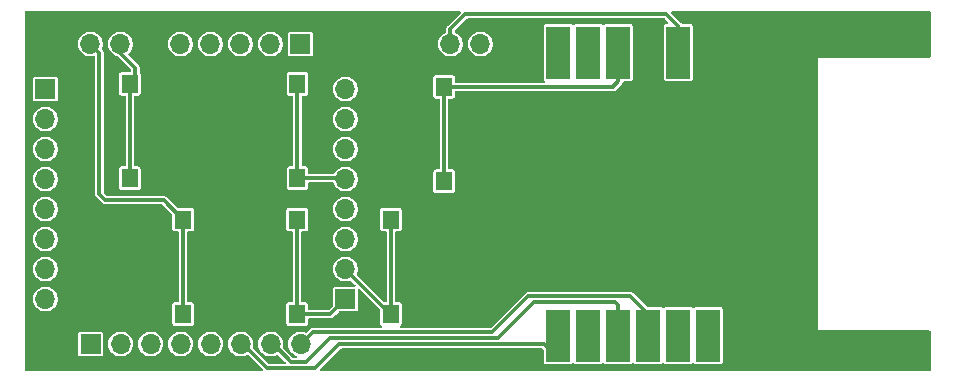
<source format=gbr>
%TF.GenerationSoftware,KiCad,Pcbnew,8.0.5*%
%TF.CreationDate,2025-01-17T14:10:44+05:30*%
%TF.ProjectId,VSD_FM_SHIELD,5653445f-464d-45f5-9348-49454c442e6b,rev?*%
%TF.SameCoordinates,Original*%
%TF.FileFunction,Copper,L1,Top*%
%TF.FilePolarity,Positive*%
%FSLAX46Y46*%
G04 Gerber Fmt 4.6, Leading zero omitted, Abs format (unit mm)*
G04 Created by KiCad (PCBNEW 8.0.5) date 2025-01-17 14:10:44*
%MOMM*%
%LPD*%
G01*
G04 APERTURE LIST*
%TA.AperFunction,SMDPad,CuDef*%
%ADD10R,1.400000X1.600000*%
%TD*%
%TA.AperFunction,SMDPad,CuDef*%
%ADD11R,2.000000X4.500000*%
%TD*%
%TA.AperFunction,ComponentPad*%
%ADD12R,1.700000X1.700000*%
%TD*%
%TA.AperFunction,ComponentPad*%
%ADD13O,1.700000X1.700000*%
%TD*%
%TA.AperFunction,Conductor*%
%ADD14C,0.304800*%
%TD*%
%TA.AperFunction,Conductor*%
%ADD15C,0.200000*%
%TD*%
G04 APERTURE END LIST*
D10*
%TO.P,SW6,1,1*%
%TO.N,GND*%
X107514000Y-93662000D03*
X107514000Y-85662000D03*
%TO.P,SW6,2,2*%
%TO.N,S5*%
X112014000Y-93662000D03*
X112014000Y-85662000D03*
%TD*%
%TO.P,SW5,1,1*%
%TO.N,GND*%
X119924000Y-93916000D03*
X119924000Y-85916000D03*
%TO.P,SW5,2,2*%
%TO.N,RST*%
X124424000Y-93916000D03*
X124424000Y-85916000D03*
%TD*%
%TO.P,SW4,1,1*%
%TO.N,GND*%
X97826000Y-105156000D03*
X97826000Y-97156000D03*
%TO.P,SW4,2,2*%
%TO.N,S4*%
X102326000Y-105156000D03*
X102326000Y-97156000D03*
%TD*%
%TO.P,SW1,1,1*%
%TO.N,GND*%
X107478000Y-105156000D03*
X107478000Y-97156000D03*
%TO.P,SW1,2,2*%
%TO.N,S1*%
X111978000Y-105156000D03*
X111978000Y-97156000D03*
%TD*%
D11*
%TO.P,U2,1,3V3*%
%TO.N,+3.3V*%
X144268000Y-83016000D03*
%TO.P,U2,2,GND*%
%TO.N,GND*%
X141728000Y-83016000D03*
%TO.P,U2,3,RST*%
%TO.N,RST*%
X139188000Y-83016000D03*
%TO.P,U2,4,RXD*%
%TO.N,unconnected-(U2-RXD-Pad4)*%
X136648000Y-83016000D03*
%TO.P,U2,5,TXD*%
%TO.N,unconnected-(U2-TXD-Pad5)*%
X134108000Y-83016000D03*
%TO.P,U2,6,SCK*%
%TO.N,SCK*%
X134108000Y-106976000D03*
%TO.P,U2,7,REQN*%
%TO.N,unconnected-(U2-REQN-Pad7)*%
X136648000Y-106976000D03*
%TO.P,U2,8,MOSI*%
%TO.N,SI*%
X139188000Y-106976000D03*
%TO.P,U2,9,MISO*%
%TO.N,SO*%
X141728000Y-106976000D03*
%TO.P,U2,10,RDYN*%
%TO.N,unconnected-(U2-RDYN-Pad10)*%
X144268000Y-106976000D03*
%TO.P,U2,11,ACTIVE*%
%TO.N,unconnected-(U2-ACTIVE-Pad11)*%
X146808000Y-106976000D03*
%TD*%
D10*
%TO.P,SW3,1,1*%
%TO.N,GND*%
X102326000Y-85662000D03*
X102326000Y-93662000D03*
%TO.P,SW3,2,2*%
%TO.N,S3*%
X97826000Y-85662000D03*
X97826000Y-93662000D03*
%TD*%
%TO.P,SW2,1,1*%
%TO.N,GND*%
X124424000Y-97156000D03*
X124424000Y-105156000D03*
%TO.P,SW2,2,2*%
%TO.N,S2*%
X119924000Y-97156000D03*
X119924000Y-105156000D03*
%TD*%
D12*
%TO.P,U1,1,38*%
%TO.N,unconnected-(U1A-38-Pad1)*%
X94503000Y-107696000D03*
D13*
%TO.P,U1,2,42*%
%TO.N,unconnected-(U1A-42-Pad2)*%
X97043000Y-107696000D03*
%TO.P,U1,3,43*%
%TO.N,unconnected-(U1A-43-Pad3)*%
X99583000Y-107696000D03*
%TO.P,U1,4,44*%
%TO.N,unconnected-(U1A-44-Pad4)*%
X102123000Y-107696000D03*
%TO.P,U1,5,45*%
%TO.N,unconnected-(U1A-45-Pad5)*%
X104663000Y-107696000D03*
%TO.P,U1,6,46*%
%TO.N,SCK*%
X107203000Y-107696000D03*
%TO.P,U1,7,47*%
%TO.N,SI*%
X109743000Y-107696000D03*
%TO.P,U1,8,48*%
%TO.N,SO*%
X112283000Y-107696000D03*
D12*
%TO.P,U1,9,2*%
%TO.N,S1*%
X116078000Y-103886000D03*
D13*
%TO.P,U1,10,3*%
%TO.N,S2*%
X116078000Y-101346000D03*
%TO.P,U1,11,4*%
%TO.N,unconnected-(U1A-4-Pad11)*%
X116078000Y-98806000D03*
%TO.P,U1,12,6*%
%TO.N,unconnected-(U1A-6-Pad12)*%
X116078000Y-96266000D03*
%TO.P,U1,13,9*%
%TO.N,S5*%
X116078000Y-93726000D03*
%TO.P,U1,14,10*%
%TO.N,unconnected-(U1A-10-Pad14)*%
X116078000Y-91186000D03*
%TO.P,U1,15,11*%
%TO.N,unconnected-(U1A-11-Pad15)*%
X116078000Y-88646000D03*
%TO.P,U1,16,12*%
%TO.N,unconnected-(U1A-12-Pad16)*%
X116078000Y-86106000D03*
D12*
%TO.P,U1,17,13*%
%TO.N,unconnected-(U1A-13-Pad17)*%
X112268000Y-82296000D03*
D13*
%TO.P,U1,18,18*%
%TO.N,unconnected-(U1-Pad18)*%
X109728000Y-82296000D03*
%TO.P,U1,19,19*%
%TO.N,unconnected-(U1-Pad19)*%
X107188000Y-82296000D03*
%TO.P,U1,20,21*%
%TO.N,unconnected-(U1A-21-Pad20)*%
X104648000Y-82296000D03*
%TO.P,U1,21,23*%
%TO.N,unconnected-(U1A-23-Pad21)*%
X102108000Y-82296000D03*
%TO.P,U1,22,GND*%
%TO.N,GND*%
X99568000Y-82296000D03*
%TO.P,U1,23,25*%
%TO.N,S3*%
X97028000Y-82296000D03*
%TO.P,U1,24,26*%
%TO.N,S4*%
X94488000Y-82296000D03*
D12*
%TO.P,U1,25,27*%
%TO.N,unconnected-(U1A-27-Pad25)*%
X90678000Y-86106000D03*
D13*
%TO.P,U1,26,28*%
%TO.N,unconnected-(U1A-28-Pad26)*%
X90678000Y-88646000D03*
%TO.P,U1,27,31*%
%TO.N,unconnected-(U1A-31-Pad27)*%
X90678000Y-91186000D03*
%TO.P,U1,28,32*%
%TO.N,unconnected-(U1A-32-Pad28)*%
X90678000Y-93726000D03*
%TO.P,U1,29,34*%
%TO.N,unconnected-(U1A-34-Pad29)*%
X90678000Y-96266000D03*
%TO.P,U1,30,35*%
%TO.N,unconnected-(U1A-35-Pad30)*%
X90678000Y-98806000D03*
%TO.P,U1,31,36*%
%TO.N,unconnected-(U1A-36-Pad31)*%
X90678000Y-101346000D03*
%TO.P,U1,32,37*%
%TO.N,unconnected-(U1A-37-Pad32)*%
X90678000Y-103886000D03*
D12*
%TO.P,U1,33,GND*%
%TO.N,GND*%
X119888000Y-82296000D03*
D13*
%TO.P,U1,34,GND*%
X122428000Y-82296000D03*
%TO.P,U1,35,3V3*%
%TO.N,+3.3V*%
X124968000Y-82296000D03*
%TO.P,U1,36,5V0*%
%TO.N,+5V*%
X127508000Y-82296000D03*
%TD*%
D14*
%TO.N,SI*%
X139188000Y-104390000D02*
X139188000Y-106976000D01*
X138938000Y-104140000D02*
X139188000Y-104390000D01*
X114808000Y-107188000D02*
X129032000Y-107188000D01*
X112776000Y-109220000D02*
X114808000Y-107188000D01*
X132080000Y-104140000D02*
X138938000Y-104140000D01*
X111506000Y-109220000D02*
X112776000Y-109220000D01*
X129032000Y-107188000D02*
X132080000Y-104140000D01*
X110251000Y-107965000D02*
X111506000Y-109220000D01*
%TO.N,S1*%
X114808000Y-105156000D02*
X116078000Y-103886000D01*
X111978000Y-105156000D02*
X114808000Y-105156000D01*
X111978000Y-97156000D02*
X111978000Y-105156000D01*
D15*
%TO.N,GND*%
X99568000Y-82296000D02*
X99568000Y-82904000D01*
X119888000Y-85880000D02*
X119924000Y-85916000D01*
D14*
%TO.N,S2*%
X119924000Y-97156000D02*
X119924000Y-105156000D01*
X119888000Y-105156000D02*
X116078000Y-101346000D01*
D15*
X119924000Y-105156000D02*
X119888000Y-105156000D01*
%TO.N,S3*%
X97028000Y-82296000D02*
X97028000Y-83058000D01*
X98298000Y-85190000D02*
X97826000Y-85662000D01*
D14*
X97826000Y-85662000D02*
X97826000Y-93662000D01*
X97028000Y-83058000D02*
X98298000Y-84328000D01*
X98298000Y-84328000D02*
X98298000Y-85190000D01*
%TO.N,S4*%
X94488000Y-82296000D02*
X95250000Y-83058000D01*
X102326000Y-97156000D02*
X102326000Y-105156000D01*
X95250000Y-83058000D02*
X95250000Y-94996000D01*
X95250000Y-94996000D02*
X95758000Y-95504000D01*
X95758000Y-95504000D02*
X100674000Y-95504000D01*
X100674000Y-95504000D02*
X102326000Y-97156000D01*
%TO.N,RST*%
X124424000Y-85916000D02*
X138738000Y-85916000D01*
X124424000Y-85916000D02*
X124424000Y-93916000D01*
X139188000Y-85466000D02*
X139188000Y-83016000D01*
X138738000Y-85916000D02*
X139188000Y-85466000D01*
%TO.N,S5*%
X112014000Y-93662000D02*
X116014000Y-93662000D01*
D15*
X116014000Y-93662000D02*
X116078000Y-93726000D01*
D14*
X112014000Y-85662000D02*
X112014000Y-93662000D01*
%TO.N,SO*%
X112283000Y-107696000D02*
X113299000Y-106680000D01*
X140208000Y-103632000D02*
X141728000Y-105152000D01*
X131572000Y-103632000D02*
X140208000Y-103632000D01*
X113299000Y-106680000D02*
X128524000Y-106680000D01*
D15*
X141728000Y-105152000D02*
X141728000Y-106976000D01*
D14*
X128524000Y-106680000D02*
X131572000Y-103632000D01*
D15*
%TO.N,SCK*%
X133134000Y-107950000D02*
X134108000Y-106976000D01*
X107203000Y-107696000D02*
X107442000Y-107696000D01*
%TO.N,SI*%
X110251000Y-107188000D02*
X110251000Y-107965000D01*
X109743000Y-107696000D02*
X110251000Y-107188000D01*
%TO.N,+3.3V*%
X144268000Y-84266000D02*
X144268000Y-83016000D01*
D14*
X144268000Y-80768000D02*
X144268000Y-83016000D01*
X126238000Y-79756000D02*
X143256000Y-79756000D01*
X124968000Y-81026000D02*
X126238000Y-79756000D01*
X124968000Y-82296000D02*
X124968000Y-81026000D01*
X143256000Y-79756000D02*
X144268000Y-80768000D01*
%TO.N,SCK*%
X132880000Y-107696000D02*
X133134000Y-107950000D01*
X109474000Y-109728000D02*
X113538000Y-109728000D01*
X115570000Y-107696000D02*
X132880000Y-107696000D01*
X107442000Y-107696000D02*
X109474000Y-109728000D01*
X113538000Y-109728000D02*
X115570000Y-107696000D01*
%TD*%
%TA.AperFunction,Conductor*%
%TO.N,GND*%
G36*
X125806843Y-79526171D02*
G01*
X125842807Y-79575671D01*
X125842807Y-79636857D01*
X125818656Y-79676268D01*
X124751314Y-80743610D01*
X124751313Y-80743609D01*
X124685612Y-80809311D01*
X124639148Y-80889788D01*
X124639148Y-80889789D01*
X124615100Y-80979537D01*
X124615100Y-81234140D01*
X124596193Y-81292331D01*
X124562769Y-81321450D01*
X124381547Y-81418316D01*
X124221595Y-81549585D01*
X124221585Y-81549595D01*
X124090316Y-81709547D01*
X123992768Y-81892045D01*
X123932699Y-82090065D01*
X123932698Y-82090070D01*
X123912417Y-82295996D01*
X123912417Y-82296003D01*
X123932698Y-82501929D01*
X123932699Y-82501934D01*
X123992768Y-82699954D01*
X124090316Y-82882452D01*
X124122599Y-82921789D01*
X124221590Y-83042410D01*
X124221595Y-83042414D01*
X124381547Y-83173683D01*
X124381548Y-83173683D01*
X124381550Y-83173685D01*
X124564046Y-83271232D01*
X124686637Y-83308419D01*
X124762065Y-83331300D01*
X124762070Y-83331301D01*
X124967997Y-83351583D01*
X124968000Y-83351583D01*
X124968003Y-83351583D01*
X125173929Y-83331301D01*
X125173934Y-83331300D01*
X125371954Y-83271232D01*
X125554450Y-83173685D01*
X125714410Y-83042410D01*
X125845685Y-82882450D01*
X125943232Y-82699954D01*
X126003300Y-82501934D01*
X126003301Y-82501929D01*
X126023583Y-82296003D01*
X126023583Y-82295996D01*
X126452417Y-82295996D01*
X126452417Y-82296003D01*
X126472698Y-82501929D01*
X126472699Y-82501934D01*
X126532768Y-82699954D01*
X126630316Y-82882452D01*
X126662599Y-82921789D01*
X126761590Y-83042410D01*
X126761595Y-83042414D01*
X126921547Y-83173683D01*
X126921548Y-83173683D01*
X126921550Y-83173685D01*
X127104046Y-83271232D01*
X127226637Y-83308419D01*
X127302065Y-83331300D01*
X127302070Y-83331301D01*
X127507997Y-83351583D01*
X127508000Y-83351583D01*
X127508003Y-83351583D01*
X127713929Y-83331301D01*
X127713934Y-83331300D01*
X127911954Y-83271232D01*
X128094450Y-83173685D01*
X128254410Y-83042410D01*
X128385685Y-82882450D01*
X128483232Y-82699954D01*
X128543300Y-82501934D01*
X128543301Y-82501929D01*
X128563583Y-82296003D01*
X128563583Y-82295996D01*
X128543301Y-82090070D01*
X128543300Y-82090065D01*
X128525078Y-82029997D01*
X128483232Y-81892046D01*
X128385685Y-81709550D01*
X128254410Y-81549590D01*
X128104123Y-81426253D01*
X128094452Y-81418316D01*
X127911954Y-81320768D01*
X127713934Y-81260699D01*
X127713929Y-81260698D01*
X127508003Y-81240417D01*
X127507997Y-81240417D01*
X127302070Y-81260698D01*
X127302065Y-81260699D01*
X127104045Y-81320768D01*
X126921547Y-81418316D01*
X126761595Y-81549585D01*
X126761585Y-81549595D01*
X126630316Y-81709547D01*
X126532768Y-81892045D01*
X126472699Y-82090065D01*
X126472698Y-82090070D01*
X126452417Y-82295996D01*
X126023583Y-82295996D01*
X126003301Y-82090070D01*
X126003300Y-82090065D01*
X125985078Y-82029997D01*
X125943232Y-81892046D01*
X125845685Y-81709550D01*
X125714410Y-81549590D01*
X125564123Y-81426253D01*
X125554452Y-81418316D01*
X125373231Y-81321450D01*
X125330825Y-81277344D01*
X125320900Y-81234140D01*
X125320900Y-81213184D01*
X125339807Y-81154993D01*
X125349896Y-81143180D01*
X126355180Y-80137896D01*
X126409697Y-80110119D01*
X126425184Y-80108900D01*
X143068816Y-80108900D01*
X143127007Y-80127807D01*
X143138820Y-80137896D01*
X143397420Y-80396496D01*
X143425197Y-80451013D01*
X143415626Y-80511445D01*
X143372361Y-80554710D01*
X143327416Y-80565500D01*
X143248252Y-80565500D01*
X143248251Y-80565500D01*
X143248241Y-80565501D01*
X143189772Y-80577132D01*
X143189766Y-80577134D01*
X143123451Y-80621445D01*
X143123445Y-80621451D01*
X143079134Y-80687766D01*
X143079132Y-80687772D01*
X143067501Y-80746241D01*
X143067500Y-80746253D01*
X143067500Y-85285746D01*
X143067501Y-85285758D01*
X143079132Y-85344227D01*
X143079134Y-85344233D01*
X143089399Y-85359595D01*
X143123448Y-85410552D01*
X143189769Y-85454867D01*
X143234231Y-85463711D01*
X143248241Y-85466498D01*
X143248246Y-85466498D01*
X143248252Y-85466500D01*
X143248253Y-85466500D01*
X145287747Y-85466500D01*
X145287748Y-85466500D01*
X145346231Y-85454867D01*
X145412552Y-85410552D01*
X145456867Y-85344231D01*
X145468500Y-85285748D01*
X145468500Y-80746252D01*
X145467974Y-80743610D01*
X145465711Y-80732231D01*
X145456867Y-80687769D01*
X145412552Y-80621448D01*
X145412548Y-80621445D01*
X145346233Y-80577134D01*
X145346231Y-80577133D01*
X145346228Y-80577132D01*
X145346227Y-80577132D01*
X145287758Y-80565501D01*
X145287748Y-80565500D01*
X145287747Y-80565500D01*
X144605583Y-80565500D01*
X144547392Y-80546593D01*
X144535579Y-80536503D01*
X144484686Y-80485609D01*
X144484686Y-80485610D01*
X143675344Y-79676268D01*
X143647567Y-79621751D01*
X143657138Y-79561319D01*
X143700403Y-79518054D01*
X143745348Y-79507264D01*
X165516500Y-79507264D01*
X165574691Y-79526171D01*
X165610655Y-79575671D01*
X165615500Y-79606264D01*
X165615500Y-83347000D01*
X165596593Y-83405191D01*
X165547093Y-83441155D01*
X165516500Y-83446000D01*
X156098000Y-83446000D01*
X156098000Y-106546000D01*
X165516500Y-106546000D01*
X165574691Y-106564907D01*
X165610655Y-106614407D01*
X165615500Y-106645000D01*
X165615500Y-109890500D01*
X165596593Y-109948691D01*
X165547093Y-109984655D01*
X165516500Y-109989500D01*
X114014584Y-109989500D01*
X113956393Y-109970593D01*
X113920429Y-109921093D01*
X113920429Y-109859907D01*
X113944580Y-109820496D01*
X115687180Y-108077896D01*
X115741697Y-108050119D01*
X115757184Y-108048900D01*
X132692816Y-108048900D01*
X132751007Y-108067807D01*
X132762820Y-108077896D01*
X132878504Y-108193580D01*
X132906281Y-108248097D01*
X132907500Y-108263584D01*
X132907500Y-109245746D01*
X132907501Y-109245758D01*
X132918234Y-109299711D01*
X132919133Y-109304231D01*
X132963448Y-109370552D01*
X133029769Y-109414867D01*
X133074231Y-109423711D01*
X133088241Y-109426498D01*
X133088246Y-109426498D01*
X133088252Y-109426500D01*
X133088253Y-109426500D01*
X135127747Y-109426500D01*
X135127748Y-109426500D01*
X135186231Y-109414867D01*
X135252552Y-109370552D01*
X135295686Y-109305997D01*
X135343735Y-109268120D01*
X135404873Y-109265718D01*
X135455746Y-109299711D01*
X135460307Y-109305988D01*
X135503448Y-109370552D01*
X135569769Y-109414867D01*
X135614231Y-109423711D01*
X135628241Y-109426498D01*
X135628246Y-109426498D01*
X135628252Y-109426500D01*
X135628253Y-109426500D01*
X137667747Y-109426500D01*
X137667748Y-109426500D01*
X137726231Y-109414867D01*
X137792552Y-109370552D01*
X137835686Y-109305997D01*
X137883735Y-109268120D01*
X137944873Y-109265718D01*
X137995746Y-109299711D01*
X138000307Y-109305988D01*
X138043448Y-109370552D01*
X138109769Y-109414867D01*
X138154231Y-109423711D01*
X138168241Y-109426498D01*
X138168246Y-109426498D01*
X138168252Y-109426500D01*
X138168253Y-109426500D01*
X140207747Y-109426500D01*
X140207748Y-109426500D01*
X140266231Y-109414867D01*
X140332552Y-109370552D01*
X140375686Y-109305997D01*
X140423735Y-109268120D01*
X140484873Y-109265718D01*
X140535746Y-109299711D01*
X140540307Y-109305988D01*
X140583448Y-109370552D01*
X140649769Y-109414867D01*
X140694231Y-109423711D01*
X140708241Y-109426498D01*
X140708246Y-109426498D01*
X140708252Y-109426500D01*
X140708253Y-109426500D01*
X142747747Y-109426500D01*
X142747748Y-109426500D01*
X142806231Y-109414867D01*
X142872552Y-109370552D01*
X142915686Y-109305997D01*
X142963735Y-109268120D01*
X143024873Y-109265718D01*
X143075746Y-109299711D01*
X143080307Y-109305988D01*
X143123448Y-109370552D01*
X143189769Y-109414867D01*
X143234231Y-109423711D01*
X143248241Y-109426498D01*
X143248246Y-109426498D01*
X143248252Y-109426500D01*
X143248253Y-109426500D01*
X145287747Y-109426500D01*
X145287748Y-109426500D01*
X145346231Y-109414867D01*
X145412552Y-109370552D01*
X145455686Y-109305997D01*
X145503735Y-109268120D01*
X145564873Y-109265718D01*
X145615746Y-109299711D01*
X145620307Y-109305988D01*
X145663448Y-109370552D01*
X145729769Y-109414867D01*
X145774231Y-109423711D01*
X145788241Y-109426498D01*
X145788246Y-109426498D01*
X145788252Y-109426500D01*
X145788253Y-109426500D01*
X147827747Y-109426500D01*
X147827748Y-109426500D01*
X147886231Y-109414867D01*
X147952552Y-109370552D01*
X147996867Y-109304231D01*
X148008500Y-109245748D01*
X148008500Y-104706252D01*
X147996867Y-104647769D01*
X147952552Y-104581448D01*
X147952548Y-104581445D01*
X147886233Y-104537134D01*
X147886231Y-104537133D01*
X147886228Y-104537132D01*
X147886227Y-104537132D01*
X147827758Y-104525501D01*
X147827748Y-104525500D01*
X145788252Y-104525500D01*
X145788251Y-104525500D01*
X145788241Y-104525501D01*
X145729772Y-104537132D01*
X145729766Y-104537134D01*
X145663451Y-104581445D01*
X145663445Y-104581451D01*
X145620315Y-104646000D01*
X145572265Y-104683879D01*
X145511127Y-104686281D01*
X145460253Y-104652288D01*
X145455685Y-104646000D01*
X145412554Y-104581451D01*
X145412552Y-104581448D01*
X145412548Y-104581445D01*
X145346233Y-104537134D01*
X145346231Y-104537133D01*
X145346228Y-104537132D01*
X145346227Y-104537132D01*
X145287758Y-104525501D01*
X145287748Y-104525500D01*
X143248252Y-104525500D01*
X143248251Y-104525500D01*
X143248241Y-104525501D01*
X143189772Y-104537132D01*
X143189766Y-104537134D01*
X143123451Y-104581445D01*
X143123445Y-104581451D01*
X143080315Y-104646000D01*
X143032265Y-104683879D01*
X142971127Y-104686281D01*
X142920253Y-104652288D01*
X142915685Y-104646000D01*
X142872554Y-104581451D01*
X142872552Y-104581448D01*
X142872548Y-104581445D01*
X142806233Y-104537134D01*
X142806231Y-104537133D01*
X142806228Y-104537132D01*
X142806227Y-104537132D01*
X142747758Y-104525501D01*
X142747748Y-104525500D01*
X142747747Y-104525500D01*
X141641584Y-104525500D01*
X141583393Y-104506593D01*
X141571580Y-104496504D01*
X141059976Y-103984900D01*
X140424686Y-103349610D01*
X140344214Y-103303150D01*
X140344213Y-103303149D01*
X140344210Y-103303148D01*
X140254462Y-103279100D01*
X140254460Y-103279100D01*
X131618460Y-103279100D01*
X131525540Y-103279100D01*
X131525537Y-103279100D01*
X131435789Y-103303148D01*
X131435788Y-103303148D01*
X131355314Y-103349610D01*
X128406820Y-106298104D01*
X128352303Y-106325881D01*
X128336816Y-106327100D01*
X120755859Y-106327100D01*
X120697668Y-106308193D01*
X120661704Y-106258693D01*
X120661704Y-106197507D01*
X120697668Y-106148007D01*
X120700857Y-106145785D01*
X120702234Y-106144865D01*
X120768552Y-106100552D01*
X120812867Y-106034231D01*
X120824500Y-105975748D01*
X120824500Y-104336252D01*
X120812867Y-104277769D01*
X120768552Y-104211448D01*
X120768548Y-104211445D01*
X120702233Y-104167134D01*
X120702231Y-104167133D01*
X120702228Y-104167132D01*
X120702227Y-104167132D01*
X120643758Y-104155501D01*
X120643748Y-104155500D01*
X120643747Y-104155500D01*
X120375900Y-104155500D01*
X120317709Y-104136593D01*
X120281745Y-104087093D01*
X120276900Y-104056500D01*
X120276900Y-98255500D01*
X120295807Y-98197309D01*
X120345307Y-98161345D01*
X120375900Y-98156500D01*
X120643747Y-98156500D01*
X120643748Y-98156500D01*
X120702231Y-98144867D01*
X120768552Y-98100552D01*
X120812867Y-98034231D01*
X120824500Y-97975748D01*
X120824500Y-96336252D01*
X120812867Y-96277769D01*
X120768552Y-96211448D01*
X120768548Y-96211445D01*
X120702233Y-96167134D01*
X120702231Y-96167133D01*
X120702228Y-96167132D01*
X120702227Y-96167132D01*
X120643758Y-96155501D01*
X120643748Y-96155500D01*
X119204252Y-96155500D01*
X119204251Y-96155500D01*
X119204241Y-96155501D01*
X119145772Y-96167132D01*
X119145766Y-96167134D01*
X119079451Y-96211445D01*
X119079445Y-96211451D01*
X119035134Y-96277766D01*
X119035132Y-96277772D01*
X119023501Y-96336241D01*
X119023500Y-96336253D01*
X119023500Y-97975746D01*
X119023501Y-97975758D01*
X119035132Y-98034227D01*
X119035134Y-98034233D01*
X119052081Y-98059595D01*
X119079448Y-98100552D01*
X119145769Y-98144867D01*
X119190231Y-98153711D01*
X119204241Y-98156498D01*
X119204246Y-98156498D01*
X119204252Y-98156500D01*
X119472100Y-98156500D01*
X119530291Y-98175407D01*
X119566255Y-98224907D01*
X119571100Y-98255500D01*
X119571100Y-104056500D01*
X119552193Y-104114691D01*
X119502693Y-104150655D01*
X119472100Y-104155500D01*
X119427584Y-104155500D01*
X119369393Y-104136593D01*
X119357580Y-104126504D01*
X117078385Y-101847309D01*
X117050608Y-101792792D01*
X117053651Y-101748570D01*
X117113300Y-101551934D01*
X117113301Y-101551929D01*
X117133583Y-101346003D01*
X117133583Y-101345996D01*
X117113301Y-101140070D01*
X117113300Y-101140065D01*
X117095078Y-101079997D01*
X117053232Y-100942046D01*
X116955685Y-100759550D01*
X116824410Y-100599590D01*
X116824404Y-100599585D01*
X116664452Y-100468316D01*
X116481954Y-100370768D01*
X116283934Y-100310699D01*
X116283929Y-100310698D01*
X116078003Y-100290417D01*
X116077997Y-100290417D01*
X115872070Y-100310698D01*
X115872065Y-100310699D01*
X115674045Y-100370768D01*
X115491547Y-100468316D01*
X115331595Y-100599585D01*
X115331585Y-100599595D01*
X115200316Y-100759547D01*
X115102768Y-100942045D01*
X115042699Y-101140065D01*
X115042698Y-101140070D01*
X115022417Y-101345996D01*
X115022417Y-101346003D01*
X115042698Y-101551929D01*
X115042699Y-101551934D01*
X115102768Y-101749954D01*
X115200316Y-101932452D01*
X115331585Y-102092404D01*
X115331590Y-102092410D01*
X115331595Y-102092414D01*
X115491547Y-102223683D01*
X115491548Y-102223683D01*
X115491550Y-102223685D01*
X115674046Y-102321232D01*
X115811997Y-102363078D01*
X115872065Y-102381300D01*
X115872070Y-102381301D01*
X116077997Y-102401583D01*
X116078000Y-102401583D01*
X116078003Y-102401583D01*
X116283929Y-102381301D01*
X116283934Y-102381300D01*
X116480569Y-102321652D01*
X116541740Y-102322853D01*
X116579309Y-102346385D01*
X116899420Y-102666496D01*
X116927197Y-102721013D01*
X116917626Y-102781445D01*
X116874361Y-102824710D01*
X116829416Y-102835500D01*
X115208252Y-102835500D01*
X115208251Y-102835500D01*
X115208241Y-102835501D01*
X115149772Y-102847132D01*
X115149766Y-102847134D01*
X115083451Y-102891445D01*
X115083445Y-102891451D01*
X115039134Y-102957766D01*
X115039132Y-102957772D01*
X115027501Y-103016241D01*
X115027500Y-103016253D01*
X115027500Y-104396416D01*
X115008593Y-104454607D01*
X114998504Y-104466420D01*
X114690820Y-104774104D01*
X114636303Y-104801881D01*
X114620816Y-104803100D01*
X112977500Y-104803100D01*
X112919309Y-104784193D01*
X112883345Y-104734693D01*
X112878500Y-104704100D01*
X112878500Y-104336253D01*
X112878498Y-104336241D01*
X112875711Y-104322231D01*
X112866867Y-104277769D01*
X112822552Y-104211448D01*
X112822548Y-104211445D01*
X112756233Y-104167134D01*
X112756231Y-104167133D01*
X112756228Y-104167132D01*
X112756227Y-104167132D01*
X112697758Y-104155501D01*
X112697748Y-104155500D01*
X112697747Y-104155500D01*
X112429900Y-104155500D01*
X112371709Y-104136593D01*
X112335745Y-104087093D01*
X112330900Y-104056500D01*
X112330900Y-98805996D01*
X115022417Y-98805996D01*
X115022417Y-98806003D01*
X115042698Y-99011929D01*
X115042699Y-99011934D01*
X115102768Y-99209954D01*
X115200316Y-99392452D01*
X115331585Y-99552404D01*
X115331590Y-99552410D01*
X115331595Y-99552414D01*
X115491547Y-99683683D01*
X115491548Y-99683683D01*
X115491550Y-99683685D01*
X115674046Y-99781232D01*
X115811997Y-99823078D01*
X115872065Y-99841300D01*
X115872070Y-99841301D01*
X116077997Y-99861583D01*
X116078000Y-99861583D01*
X116078003Y-99861583D01*
X116283929Y-99841301D01*
X116283934Y-99841300D01*
X116481954Y-99781232D01*
X116664450Y-99683685D01*
X116824410Y-99552410D01*
X116955685Y-99392450D01*
X117053232Y-99209954D01*
X117113300Y-99011934D01*
X117113301Y-99011929D01*
X117133583Y-98806003D01*
X117133583Y-98805996D01*
X117113301Y-98600070D01*
X117113300Y-98600065D01*
X117095078Y-98539997D01*
X117053232Y-98402046D01*
X116955685Y-98219550D01*
X116937432Y-98197309D01*
X116824414Y-98059595D01*
X116824410Y-98059590D01*
X116722248Y-97975748D01*
X116664452Y-97928316D01*
X116481954Y-97830768D01*
X116283934Y-97770699D01*
X116283929Y-97770698D01*
X116078003Y-97750417D01*
X116077997Y-97750417D01*
X115872070Y-97770698D01*
X115872065Y-97770699D01*
X115674045Y-97830768D01*
X115491547Y-97928316D01*
X115331595Y-98059585D01*
X115331585Y-98059595D01*
X115200316Y-98219547D01*
X115102768Y-98402045D01*
X115042699Y-98600065D01*
X115042698Y-98600070D01*
X115022417Y-98805996D01*
X112330900Y-98805996D01*
X112330900Y-98255500D01*
X112349807Y-98197309D01*
X112399307Y-98161345D01*
X112429900Y-98156500D01*
X112697747Y-98156500D01*
X112697748Y-98156500D01*
X112756231Y-98144867D01*
X112822552Y-98100552D01*
X112866867Y-98034231D01*
X112878500Y-97975748D01*
X112878500Y-96336252D01*
X112866867Y-96277769D01*
X112859000Y-96265996D01*
X115022417Y-96265996D01*
X115022417Y-96266003D01*
X115042698Y-96471929D01*
X115042699Y-96471934D01*
X115102768Y-96669954D01*
X115200316Y-96852452D01*
X115331585Y-97012404D01*
X115331590Y-97012410D01*
X115331595Y-97012414D01*
X115491547Y-97143683D01*
X115491548Y-97143683D01*
X115491550Y-97143685D01*
X115674046Y-97241232D01*
X115811997Y-97283078D01*
X115872065Y-97301300D01*
X115872070Y-97301301D01*
X116077997Y-97321583D01*
X116078000Y-97321583D01*
X116078003Y-97321583D01*
X116283929Y-97301301D01*
X116283934Y-97301300D01*
X116481954Y-97241232D01*
X116664450Y-97143685D01*
X116824410Y-97012410D01*
X116955685Y-96852450D01*
X117053232Y-96669954D01*
X117113300Y-96471934D01*
X117113301Y-96471929D01*
X117133583Y-96266003D01*
X117133583Y-96265996D01*
X117113301Y-96060070D01*
X117113300Y-96060065D01*
X117095078Y-95999997D01*
X117053232Y-95862046D01*
X116955685Y-95679550D01*
X116824410Y-95519590D01*
X116824404Y-95519585D01*
X116664452Y-95388316D01*
X116481954Y-95290768D01*
X116283934Y-95230699D01*
X116283929Y-95230698D01*
X116078003Y-95210417D01*
X116077997Y-95210417D01*
X115872070Y-95230698D01*
X115872065Y-95230699D01*
X115674045Y-95290768D01*
X115491547Y-95388316D01*
X115331595Y-95519585D01*
X115331585Y-95519595D01*
X115200316Y-95679547D01*
X115102768Y-95862045D01*
X115042699Y-96060065D01*
X115042698Y-96060070D01*
X115022417Y-96265996D01*
X112859000Y-96265996D01*
X112822552Y-96211448D01*
X112822548Y-96211445D01*
X112756233Y-96167134D01*
X112756231Y-96167133D01*
X112756228Y-96167132D01*
X112756227Y-96167132D01*
X112697758Y-96155501D01*
X112697748Y-96155500D01*
X111258252Y-96155500D01*
X111258251Y-96155500D01*
X111258241Y-96155501D01*
X111199772Y-96167132D01*
X111199766Y-96167134D01*
X111133451Y-96211445D01*
X111133445Y-96211451D01*
X111089134Y-96277766D01*
X111089132Y-96277772D01*
X111077501Y-96336241D01*
X111077500Y-96336253D01*
X111077500Y-97975746D01*
X111077501Y-97975758D01*
X111089132Y-98034227D01*
X111089134Y-98034233D01*
X111106081Y-98059595D01*
X111133448Y-98100552D01*
X111199769Y-98144867D01*
X111244231Y-98153711D01*
X111258241Y-98156498D01*
X111258246Y-98156498D01*
X111258252Y-98156500D01*
X111526100Y-98156500D01*
X111584291Y-98175407D01*
X111620255Y-98224907D01*
X111625100Y-98255500D01*
X111625100Y-104056500D01*
X111606193Y-104114691D01*
X111556693Y-104150655D01*
X111526100Y-104155500D01*
X111258252Y-104155500D01*
X111258251Y-104155500D01*
X111258241Y-104155501D01*
X111199772Y-104167132D01*
X111199766Y-104167134D01*
X111133451Y-104211445D01*
X111133445Y-104211451D01*
X111089134Y-104277766D01*
X111089132Y-104277772D01*
X111077501Y-104336241D01*
X111077500Y-104336253D01*
X111077500Y-105975746D01*
X111077501Y-105975758D01*
X111089132Y-106034227D01*
X111089133Y-106034231D01*
X111133448Y-106100552D01*
X111199769Y-106144867D01*
X111244231Y-106153711D01*
X111258241Y-106156498D01*
X111258246Y-106156498D01*
X111258252Y-106156500D01*
X111258253Y-106156500D01*
X112697747Y-106156500D01*
X112697748Y-106156500D01*
X112756231Y-106144867D01*
X112822552Y-106100552D01*
X112866867Y-106034231D01*
X112878500Y-105975748D01*
X112878500Y-105607900D01*
X112897407Y-105549709D01*
X112946907Y-105513745D01*
X112977500Y-105508900D01*
X114854461Y-105508900D01*
X114854461Y-105508899D01*
X114944210Y-105484851D01*
X114944211Y-105484851D01*
X114944211Y-105484850D01*
X114944214Y-105484850D01*
X115024686Y-105438390D01*
X115261134Y-105201941D01*
X115497581Y-104965496D01*
X115552097Y-104937719D01*
X115567584Y-104936500D01*
X116947747Y-104936500D01*
X116947748Y-104936500D01*
X117006231Y-104924867D01*
X117072552Y-104880552D01*
X117116867Y-104814231D01*
X117128500Y-104755748D01*
X117128500Y-103134584D01*
X117147407Y-103076393D01*
X117196907Y-103040429D01*
X117258093Y-103040429D01*
X117297504Y-103064580D01*
X118994504Y-104761580D01*
X119022281Y-104816097D01*
X119023500Y-104831584D01*
X119023500Y-105975746D01*
X119023501Y-105975758D01*
X119035132Y-106034227D01*
X119035133Y-106034231D01*
X119079448Y-106100552D01*
X119079451Y-106100554D01*
X119147143Y-106145785D01*
X119185022Y-106193835D01*
X119187424Y-106254973D01*
X119153431Y-106305847D01*
X119096027Y-106327024D01*
X119092141Y-106327100D01*
X113252537Y-106327100D01*
X113162789Y-106351148D01*
X113162788Y-106351148D01*
X113082311Y-106397612D01*
X112784308Y-106695614D01*
X112729792Y-106723391D01*
X112685567Y-106720347D01*
X112488934Y-106660699D01*
X112488929Y-106660698D01*
X112283003Y-106640417D01*
X112282997Y-106640417D01*
X112077070Y-106660698D01*
X112077065Y-106660699D01*
X111879045Y-106720768D01*
X111696547Y-106818316D01*
X111536595Y-106949585D01*
X111536585Y-106949595D01*
X111405316Y-107109547D01*
X111307768Y-107292045D01*
X111247699Y-107490065D01*
X111247698Y-107490070D01*
X111227417Y-107695996D01*
X111227417Y-107696003D01*
X111247698Y-107901929D01*
X111247699Y-107901934D01*
X111307768Y-108099954D01*
X111405316Y-108282452D01*
X111536585Y-108442404D01*
X111536590Y-108442410D01*
X111536595Y-108442414D01*
X111696547Y-108573683D01*
X111696548Y-108573683D01*
X111696550Y-108573685D01*
X111879046Y-108671232D01*
X111886072Y-108673363D01*
X111936268Y-108708347D01*
X111956315Y-108766156D01*
X111938554Y-108824706D01*
X111889770Y-108861636D01*
X111857334Y-108867100D01*
X111693184Y-108867100D01*
X111634993Y-108848193D01*
X111623180Y-108838104D01*
X110799011Y-108013935D01*
X110771234Y-107959418D01*
X110774279Y-107915191D01*
X110778300Y-107901934D01*
X110798583Y-107696003D01*
X110798583Y-107695996D01*
X110778301Y-107490070D01*
X110778300Y-107490065D01*
X110760078Y-107429997D01*
X110718232Y-107292046D01*
X110620685Y-107109550D01*
X110613920Y-107101307D01*
X110489414Y-106949595D01*
X110489410Y-106949590D01*
X110339123Y-106826253D01*
X110329452Y-106818316D01*
X110146954Y-106720768D01*
X109948934Y-106660699D01*
X109948929Y-106660698D01*
X109743003Y-106640417D01*
X109742997Y-106640417D01*
X109537070Y-106660698D01*
X109537065Y-106660699D01*
X109339045Y-106720768D01*
X109156547Y-106818316D01*
X108996595Y-106949585D01*
X108996585Y-106949595D01*
X108865316Y-107109547D01*
X108767768Y-107292045D01*
X108707699Y-107490065D01*
X108707698Y-107490070D01*
X108687417Y-107695996D01*
X108687417Y-107696003D01*
X108707698Y-107901929D01*
X108707699Y-107901934D01*
X108767768Y-108099954D01*
X108865316Y-108282452D01*
X108996585Y-108442404D01*
X108996590Y-108442410D01*
X108996595Y-108442414D01*
X109156547Y-108573683D01*
X109156548Y-108573683D01*
X109156550Y-108573685D01*
X109339046Y-108671232D01*
X109461399Y-108708347D01*
X109537065Y-108731300D01*
X109537070Y-108731301D01*
X109742997Y-108751583D01*
X109743000Y-108751583D01*
X109743003Y-108751583D01*
X109948929Y-108731301D01*
X109948934Y-108731300D01*
X110146954Y-108671232D01*
X110285003Y-108597442D01*
X110345232Y-108586687D01*
X110400284Y-108613388D01*
X110401673Y-108614749D01*
X110993020Y-109206096D01*
X111020797Y-109260613D01*
X111011226Y-109321045D01*
X110967961Y-109364310D01*
X110923016Y-109375100D01*
X109661184Y-109375100D01*
X109602993Y-109356193D01*
X109591180Y-109346104D01*
X108259011Y-108013935D01*
X108231234Y-107959418D01*
X108234279Y-107915191D01*
X108238300Y-107901934D01*
X108258583Y-107696003D01*
X108258583Y-107695996D01*
X108238301Y-107490070D01*
X108238300Y-107490065D01*
X108220078Y-107429997D01*
X108178232Y-107292046D01*
X108080685Y-107109550D01*
X108073920Y-107101307D01*
X107949414Y-106949595D01*
X107949410Y-106949590D01*
X107799123Y-106826253D01*
X107789452Y-106818316D01*
X107606954Y-106720768D01*
X107408934Y-106660699D01*
X107408929Y-106660698D01*
X107203003Y-106640417D01*
X107202997Y-106640417D01*
X106997070Y-106660698D01*
X106997065Y-106660699D01*
X106799045Y-106720768D01*
X106616547Y-106818316D01*
X106456595Y-106949585D01*
X106456585Y-106949595D01*
X106325316Y-107109547D01*
X106227768Y-107292045D01*
X106167699Y-107490065D01*
X106167698Y-107490070D01*
X106147417Y-107695996D01*
X106147417Y-107696003D01*
X106167698Y-107901929D01*
X106167699Y-107901934D01*
X106227768Y-108099954D01*
X106325316Y-108282452D01*
X106456585Y-108442404D01*
X106456590Y-108442410D01*
X106456595Y-108442414D01*
X106616547Y-108573683D01*
X106616548Y-108573683D01*
X106616550Y-108573685D01*
X106799046Y-108671232D01*
X106921399Y-108708347D01*
X106997065Y-108731300D01*
X106997070Y-108731301D01*
X107202997Y-108751583D01*
X107203000Y-108751583D01*
X107203003Y-108751583D01*
X107408929Y-108731301D01*
X107408934Y-108731300D01*
X107606954Y-108671232D01*
X107745003Y-108597442D01*
X107805232Y-108586687D01*
X107860284Y-108613388D01*
X107861673Y-108614749D01*
X109067420Y-109820496D01*
X109095197Y-109875013D01*
X109085626Y-109935445D01*
X109042361Y-109978710D01*
X108997416Y-109989500D01*
X89004264Y-109989500D01*
X88946073Y-109970593D01*
X88910109Y-109921093D01*
X88905264Y-109890500D01*
X88905264Y-106826253D01*
X93452500Y-106826253D01*
X93452500Y-108565746D01*
X93452501Y-108565758D01*
X93464132Y-108624227D01*
X93464134Y-108624233D01*
X93496962Y-108673363D01*
X93508448Y-108690552D01*
X93574769Y-108734867D01*
X93619231Y-108743711D01*
X93633241Y-108746498D01*
X93633246Y-108746498D01*
X93633252Y-108746500D01*
X93633253Y-108746500D01*
X95372747Y-108746500D01*
X95372748Y-108746500D01*
X95431231Y-108734867D01*
X95497552Y-108690552D01*
X95541867Y-108624231D01*
X95553500Y-108565748D01*
X95553500Y-107695996D01*
X95987417Y-107695996D01*
X95987417Y-107696003D01*
X96007698Y-107901929D01*
X96007699Y-107901934D01*
X96067768Y-108099954D01*
X96165316Y-108282452D01*
X96296585Y-108442404D01*
X96296590Y-108442410D01*
X96296595Y-108442414D01*
X96456547Y-108573683D01*
X96456548Y-108573683D01*
X96456550Y-108573685D01*
X96639046Y-108671232D01*
X96761399Y-108708347D01*
X96837065Y-108731300D01*
X96837070Y-108731301D01*
X97042997Y-108751583D01*
X97043000Y-108751583D01*
X97043003Y-108751583D01*
X97248929Y-108731301D01*
X97248934Y-108731300D01*
X97446954Y-108671232D01*
X97629450Y-108573685D01*
X97789410Y-108442410D01*
X97920685Y-108282450D01*
X98018232Y-108099954D01*
X98078300Y-107901934D01*
X98078300Y-107901933D01*
X98078301Y-107901929D01*
X98098583Y-107696003D01*
X98098583Y-107695996D01*
X98527417Y-107695996D01*
X98527417Y-107696003D01*
X98547698Y-107901929D01*
X98547699Y-107901934D01*
X98607768Y-108099954D01*
X98705316Y-108282452D01*
X98836585Y-108442404D01*
X98836590Y-108442410D01*
X98836595Y-108442414D01*
X98996547Y-108573683D01*
X98996548Y-108573683D01*
X98996550Y-108573685D01*
X99179046Y-108671232D01*
X99301399Y-108708347D01*
X99377065Y-108731300D01*
X99377070Y-108731301D01*
X99582997Y-108751583D01*
X99583000Y-108751583D01*
X99583003Y-108751583D01*
X99788929Y-108731301D01*
X99788934Y-108731300D01*
X99986954Y-108671232D01*
X100169450Y-108573685D01*
X100329410Y-108442410D01*
X100460685Y-108282450D01*
X100558232Y-108099954D01*
X100618300Y-107901934D01*
X100618300Y-107901933D01*
X100618301Y-107901929D01*
X100638583Y-107696003D01*
X100638583Y-107695996D01*
X101067417Y-107695996D01*
X101067417Y-107696003D01*
X101087698Y-107901929D01*
X101087699Y-107901934D01*
X101147768Y-108099954D01*
X101245316Y-108282452D01*
X101376585Y-108442404D01*
X101376590Y-108442410D01*
X101376595Y-108442414D01*
X101536547Y-108573683D01*
X101536548Y-108573683D01*
X101536550Y-108573685D01*
X101719046Y-108671232D01*
X101841399Y-108708347D01*
X101917065Y-108731300D01*
X101917070Y-108731301D01*
X102122997Y-108751583D01*
X102123000Y-108751583D01*
X102123003Y-108751583D01*
X102328929Y-108731301D01*
X102328934Y-108731300D01*
X102526954Y-108671232D01*
X102709450Y-108573685D01*
X102869410Y-108442410D01*
X103000685Y-108282450D01*
X103098232Y-108099954D01*
X103158300Y-107901934D01*
X103158300Y-107901933D01*
X103158301Y-107901929D01*
X103178583Y-107696003D01*
X103178583Y-107695996D01*
X103607417Y-107695996D01*
X103607417Y-107696003D01*
X103627698Y-107901929D01*
X103627699Y-107901934D01*
X103687768Y-108099954D01*
X103785316Y-108282452D01*
X103916585Y-108442404D01*
X103916590Y-108442410D01*
X103916595Y-108442414D01*
X104076547Y-108573683D01*
X104076548Y-108573683D01*
X104076550Y-108573685D01*
X104259046Y-108671232D01*
X104381399Y-108708347D01*
X104457065Y-108731300D01*
X104457070Y-108731301D01*
X104662997Y-108751583D01*
X104663000Y-108751583D01*
X104663003Y-108751583D01*
X104868929Y-108731301D01*
X104868934Y-108731300D01*
X105066954Y-108671232D01*
X105249450Y-108573685D01*
X105409410Y-108442410D01*
X105540685Y-108282450D01*
X105638232Y-108099954D01*
X105698300Y-107901934D01*
X105698300Y-107901933D01*
X105698301Y-107901929D01*
X105718583Y-107696003D01*
X105718583Y-107695996D01*
X105698301Y-107490070D01*
X105698300Y-107490065D01*
X105680078Y-107429997D01*
X105638232Y-107292046D01*
X105540685Y-107109550D01*
X105533920Y-107101307D01*
X105409414Y-106949595D01*
X105409410Y-106949590D01*
X105259123Y-106826253D01*
X105249452Y-106818316D01*
X105066954Y-106720768D01*
X104868934Y-106660699D01*
X104868929Y-106660698D01*
X104663003Y-106640417D01*
X104662997Y-106640417D01*
X104457070Y-106660698D01*
X104457065Y-106660699D01*
X104259045Y-106720768D01*
X104076547Y-106818316D01*
X103916595Y-106949585D01*
X103916585Y-106949595D01*
X103785316Y-107109547D01*
X103687768Y-107292045D01*
X103627699Y-107490065D01*
X103627698Y-107490070D01*
X103607417Y-107695996D01*
X103178583Y-107695996D01*
X103158301Y-107490070D01*
X103158300Y-107490065D01*
X103140078Y-107429997D01*
X103098232Y-107292046D01*
X103000685Y-107109550D01*
X102993920Y-107101307D01*
X102869414Y-106949595D01*
X102869410Y-106949590D01*
X102719123Y-106826253D01*
X102709452Y-106818316D01*
X102526954Y-106720768D01*
X102328934Y-106660699D01*
X102328929Y-106660698D01*
X102123003Y-106640417D01*
X102122997Y-106640417D01*
X101917070Y-106660698D01*
X101917065Y-106660699D01*
X101719045Y-106720768D01*
X101536547Y-106818316D01*
X101376595Y-106949585D01*
X101376585Y-106949595D01*
X101245316Y-107109547D01*
X101147768Y-107292045D01*
X101087699Y-107490065D01*
X101087698Y-107490070D01*
X101067417Y-107695996D01*
X100638583Y-107695996D01*
X100618301Y-107490070D01*
X100618300Y-107490065D01*
X100600078Y-107429997D01*
X100558232Y-107292046D01*
X100460685Y-107109550D01*
X100453920Y-107101307D01*
X100329414Y-106949595D01*
X100329410Y-106949590D01*
X100179123Y-106826253D01*
X100169452Y-106818316D01*
X99986954Y-106720768D01*
X99788934Y-106660699D01*
X99788929Y-106660698D01*
X99583003Y-106640417D01*
X99582997Y-106640417D01*
X99377070Y-106660698D01*
X99377065Y-106660699D01*
X99179045Y-106720768D01*
X98996547Y-106818316D01*
X98836595Y-106949585D01*
X98836585Y-106949595D01*
X98705316Y-107109547D01*
X98607768Y-107292045D01*
X98547699Y-107490065D01*
X98547698Y-107490070D01*
X98527417Y-107695996D01*
X98098583Y-107695996D01*
X98078301Y-107490070D01*
X98078300Y-107490065D01*
X98060078Y-107429997D01*
X98018232Y-107292046D01*
X97920685Y-107109550D01*
X97913920Y-107101307D01*
X97789414Y-106949595D01*
X97789410Y-106949590D01*
X97639123Y-106826253D01*
X97629452Y-106818316D01*
X97446954Y-106720768D01*
X97248934Y-106660699D01*
X97248929Y-106660698D01*
X97043003Y-106640417D01*
X97042997Y-106640417D01*
X96837070Y-106660698D01*
X96837065Y-106660699D01*
X96639045Y-106720768D01*
X96456547Y-106818316D01*
X96296595Y-106949585D01*
X96296585Y-106949595D01*
X96165316Y-107109547D01*
X96067768Y-107292045D01*
X96007699Y-107490065D01*
X96007698Y-107490070D01*
X95987417Y-107695996D01*
X95553500Y-107695996D01*
X95553500Y-106826252D01*
X95551921Y-106818316D01*
X95550711Y-106812231D01*
X95541867Y-106767769D01*
X95497552Y-106701448D01*
X95488821Y-106695614D01*
X95431233Y-106657134D01*
X95431231Y-106657133D01*
X95431228Y-106657132D01*
X95431227Y-106657132D01*
X95372758Y-106645501D01*
X95372748Y-106645500D01*
X93633252Y-106645500D01*
X93633251Y-106645500D01*
X93633241Y-106645501D01*
X93574772Y-106657132D01*
X93574766Y-106657134D01*
X93508451Y-106701445D01*
X93508445Y-106701451D01*
X93464134Y-106767766D01*
X93464132Y-106767772D01*
X93452501Y-106826241D01*
X93452500Y-106826253D01*
X88905264Y-106826253D01*
X88905264Y-103885996D01*
X89622417Y-103885996D01*
X89622417Y-103886003D01*
X89642698Y-104091929D01*
X89642699Y-104091934D01*
X89702768Y-104289954D01*
X89800316Y-104472452D01*
X89889764Y-104581445D01*
X89931590Y-104632410D01*
X89931595Y-104632414D01*
X90091547Y-104763683D01*
X90091548Y-104763683D01*
X90091550Y-104763685D01*
X90274046Y-104861232D01*
X90411997Y-104903078D01*
X90472065Y-104921300D01*
X90472070Y-104921301D01*
X90677997Y-104941583D01*
X90678000Y-104941583D01*
X90678003Y-104941583D01*
X90883929Y-104921301D01*
X90883934Y-104921300D01*
X91081954Y-104861232D01*
X91264450Y-104763685D01*
X91424410Y-104632410D01*
X91555685Y-104472450D01*
X91653232Y-104289954D01*
X91713300Y-104091934D01*
X91713301Y-104091929D01*
X91733583Y-103886003D01*
X91733583Y-103885996D01*
X91713301Y-103680070D01*
X91713300Y-103680065D01*
X91695078Y-103619997D01*
X91653232Y-103482046D01*
X91555685Y-103299550D01*
X91538902Y-103279100D01*
X91424414Y-103139595D01*
X91424410Y-103139590D01*
X91333010Y-103064580D01*
X91264452Y-103008316D01*
X91081954Y-102910768D01*
X90883934Y-102850699D01*
X90883929Y-102850698D01*
X90678003Y-102830417D01*
X90677997Y-102830417D01*
X90472070Y-102850698D01*
X90472065Y-102850699D01*
X90274045Y-102910768D01*
X90091547Y-103008316D01*
X89931595Y-103139585D01*
X89931585Y-103139595D01*
X89800316Y-103299547D01*
X89702768Y-103482045D01*
X89642699Y-103680065D01*
X89642698Y-103680070D01*
X89622417Y-103885996D01*
X88905264Y-103885996D01*
X88905264Y-101345996D01*
X89622417Y-101345996D01*
X89622417Y-101346003D01*
X89642698Y-101551929D01*
X89642699Y-101551934D01*
X89702768Y-101749954D01*
X89800316Y-101932452D01*
X89931585Y-102092404D01*
X89931590Y-102092410D01*
X89931595Y-102092414D01*
X90091547Y-102223683D01*
X90091548Y-102223683D01*
X90091550Y-102223685D01*
X90274046Y-102321232D01*
X90411997Y-102363078D01*
X90472065Y-102381300D01*
X90472070Y-102381301D01*
X90677997Y-102401583D01*
X90678000Y-102401583D01*
X90678003Y-102401583D01*
X90883929Y-102381301D01*
X90883934Y-102381300D01*
X91081954Y-102321232D01*
X91264450Y-102223685D01*
X91424410Y-102092410D01*
X91555685Y-101932450D01*
X91653232Y-101749954D01*
X91713300Y-101551934D01*
X91713301Y-101551929D01*
X91733583Y-101346003D01*
X91733583Y-101345996D01*
X91713301Y-101140070D01*
X91713300Y-101140065D01*
X91695078Y-101079997D01*
X91653232Y-100942046D01*
X91555685Y-100759550D01*
X91424410Y-100599590D01*
X91424404Y-100599585D01*
X91264452Y-100468316D01*
X91081954Y-100370768D01*
X90883934Y-100310699D01*
X90883929Y-100310698D01*
X90678003Y-100290417D01*
X90677997Y-100290417D01*
X90472070Y-100310698D01*
X90472065Y-100310699D01*
X90274045Y-100370768D01*
X90091547Y-100468316D01*
X89931595Y-100599585D01*
X89931585Y-100599595D01*
X89800316Y-100759547D01*
X89702768Y-100942045D01*
X89642699Y-101140065D01*
X89642698Y-101140070D01*
X89622417Y-101345996D01*
X88905264Y-101345996D01*
X88905264Y-98805996D01*
X89622417Y-98805996D01*
X89622417Y-98806003D01*
X89642698Y-99011929D01*
X89642699Y-99011934D01*
X89702768Y-99209954D01*
X89800316Y-99392452D01*
X89931585Y-99552404D01*
X89931590Y-99552410D01*
X89931595Y-99552414D01*
X90091547Y-99683683D01*
X90091548Y-99683683D01*
X90091550Y-99683685D01*
X90274046Y-99781232D01*
X90411997Y-99823078D01*
X90472065Y-99841300D01*
X90472070Y-99841301D01*
X90677997Y-99861583D01*
X90678000Y-99861583D01*
X90678003Y-99861583D01*
X90883929Y-99841301D01*
X90883934Y-99841300D01*
X91081954Y-99781232D01*
X91264450Y-99683685D01*
X91424410Y-99552410D01*
X91555685Y-99392450D01*
X91653232Y-99209954D01*
X91713300Y-99011934D01*
X91713301Y-99011929D01*
X91733583Y-98806003D01*
X91733583Y-98805996D01*
X91713301Y-98600070D01*
X91713300Y-98600065D01*
X91695078Y-98539997D01*
X91653232Y-98402046D01*
X91555685Y-98219550D01*
X91537432Y-98197309D01*
X91424414Y-98059595D01*
X91424410Y-98059590D01*
X91322248Y-97975748D01*
X91264452Y-97928316D01*
X91081954Y-97830768D01*
X90883934Y-97770699D01*
X90883929Y-97770698D01*
X90678003Y-97750417D01*
X90677997Y-97750417D01*
X90472070Y-97770698D01*
X90472065Y-97770699D01*
X90274045Y-97830768D01*
X90091547Y-97928316D01*
X89931595Y-98059585D01*
X89931585Y-98059595D01*
X89800316Y-98219547D01*
X89702768Y-98402045D01*
X89642699Y-98600065D01*
X89642698Y-98600070D01*
X89622417Y-98805996D01*
X88905264Y-98805996D01*
X88905264Y-96265996D01*
X89622417Y-96265996D01*
X89622417Y-96266003D01*
X89642698Y-96471929D01*
X89642699Y-96471934D01*
X89702768Y-96669954D01*
X89800316Y-96852452D01*
X89931585Y-97012404D01*
X89931590Y-97012410D01*
X89931595Y-97012414D01*
X90091547Y-97143683D01*
X90091548Y-97143683D01*
X90091550Y-97143685D01*
X90274046Y-97241232D01*
X90411997Y-97283078D01*
X90472065Y-97301300D01*
X90472070Y-97301301D01*
X90677997Y-97321583D01*
X90678000Y-97321583D01*
X90678003Y-97321583D01*
X90883929Y-97301301D01*
X90883934Y-97301300D01*
X91081954Y-97241232D01*
X91264450Y-97143685D01*
X91424410Y-97012410D01*
X91555685Y-96852450D01*
X91653232Y-96669954D01*
X91713300Y-96471934D01*
X91713301Y-96471929D01*
X91733583Y-96266003D01*
X91733583Y-96265996D01*
X91713301Y-96060070D01*
X91713300Y-96060065D01*
X91695078Y-95999997D01*
X91653232Y-95862046D01*
X91555685Y-95679550D01*
X91424410Y-95519590D01*
X91424404Y-95519585D01*
X91264452Y-95388316D01*
X91081954Y-95290768D01*
X90883934Y-95230699D01*
X90883929Y-95230698D01*
X90678003Y-95210417D01*
X90677997Y-95210417D01*
X90472070Y-95230698D01*
X90472065Y-95230699D01*
X90274045Y-95290768D01*
X90091547Y-95388316D01*
X89931595Y-95519585D01*
X89931585Y-95519595D01*
X89800316Y-95679547D01*
X89702768Y-95862045D01*
X89642699Y-96060065D01*
X89642698Y-96060070D01*
X89622417Y-96265996D01*
X88905264Y-96265996D01*
X88905264Y-93725996D01*
X89622417Y-93725996D01*
X89622417Y-93726003D01*
X89642698Y-93931929D01*
X89642699Y-93931934D01*
X89702768Y-94129954D01*
X89800316Y-94312452D01*
X89931585Y-94472404D01*
X89931590Y-94472410D01*
X89942981Y-94481758D01*
X90091547Y-94603683D01*
X90091548Y-94603683D01*
X90091550Y-94603685D01*
X90274046Y-94701232D01*
X90411997Y-94743078D01*
X90472065Y-94761300D01*
X90472070Y-94761301D01*
X90677997Y-94781583D01*
X90678000Y-94781583D01*
X90678003Y-94781583D01*
X90883929Y-94761301D01*
X90883934Y-94761300D01*
X91081954Y-94701232D01*
X91264450Y-94603685D01*
X91424410Y-94472410D01*
X91555685Y-94312450D01*
X91653232Y-94129954D01*
X91713300Y-93931934D01*
X91713301Y-93931929D01*
X91733583Y-93726003D01*
X91733583Y-93725996D01*
X91713301Y-93520070D01*
X91713300Y-93520065D01*
X91695078Y-93459997D01*
X91653232Y-93322046D01*
X91555685Y-93139550D01*
X91520152Y-93096253D01*
X91424414Y-92979595D01*
X91424410Y-92979590D01*
X91360491Y-92927133D01*
X91264452Y-92848316D01*
X91081954Y-92750768D01*
X90883934Y-92690699D01*
X90883929Y-92690698D01*
X90678003Y-92670417D01*
X90677997Y-92670417D01*
X90472070Y-92690698D01*
X90472065Y-92690699D01*
X90274045Y-92750768D01*
X90091547Y-92848316D01*
X89931595Y-92979585D01*
X89931585Y-92979595D01*
X89800316Y-93139547D01*
X89702768Y-93322045D01*
X89642699Y-93520065D01*
X89642698Y-93520070D01*
X89622417Y-93725996D01*
X88905264Y-93725996D01*
X88905264Y-91185996D01*
X89622417Y-91185996D01*
X89622417Y-91186003D01*
X89642698Y-91391929D01*
X89642699Y-91391934D01*
X89702768Y-91589954D01*
X89800316Y-91772452D01*
X89931585Y-91932404D01*
X89931590Y-91932410D01*
X89931595Y-91932414D01*
X90091547Y-92063683D01*
X90091548Y-92063683D01*
X90091550Y-92063685D01*
X90274046Y-92161232D01*
X90411997Y-92203078D01*
X90472065Y-92221300D01*
X90472070Y-92221301D01*
X90677997Y-92241583D01*
X90678000Y-92241583D01*
X90678003Y-92241583D01*
X90883929Y-92221301D01*
X90883934Y-92221300D01*
X91081954Y-92161232D01*
X91264450Y-92063685D01*
X91424410Y-91932410D01*
X91555685Y-91772450D01*
X91653232Y-91589954D01*
X91713300Y-91391934D01*
X91713301Y-91391929D01*
X91733583Y-91186003D01*
X91733583Y-91185996D01*
X91713301Y-90980070D01*
X91713300Y-90980065D01*
X91695078Y-90919997D01*
X91653232Y-90782046D01*
X91555685Y-90599550D01*
X91424410Y-90439590D01*
X91424404Y-90439585D01*
X91264452Y-90308316D01*
X91081954Y-90210768D01*
X90883934Y-90150699D01*
X90883929Y-90150698D01*
X90678003Y-90130417D01*
X90677997Y-90130417D01*
X90472070Y-90150698D01*
X90472065Y-90150699D01*
X90274045Y-90210768D01*
X90091547Y-90308316D01*
X89931595Y-90439585D01*
X89931585Y-90439595D01*
X89800316Y-90599547D01*
X89702768Y-90782045D01*
X89642699Y-90980065D01*
X89642698Y-90980070D01*
X89622417Y-91185996D01*
X88905264Y-91185996D01*
X88905264Y-88645996D01*
X89622417Y-88645996D01*
X89622417Y-88646003D01*
X89642698Y-88851929D01*
X89642699Y-88851934D01*
X89702768Y-89049954D01*
X89800316Y-89232452D01*
X89931585Y-89392404D01*
X89931590Y-89392410D01*
X89931595Y-89392414D01*
X90091547Y-89523683D01*
X90091548Y-89523683D01*
X90091550Y-89523685D01*
X90274046Y-89621232D01*
X90411997Y-89663078D01*
X90472065Y-89681300D01*
X90472070Y-89681301D01*
X90677997Y-89701583D01*
X90678000Y-89701583D01*
X90678003Y-89701583D01*
X90883929Y-89681301D01*
X90883934Y-89681300D01*
X91081954Y-89621232D01*
X91264450Y-89523685D01*
X91424410Y-89392410D01*
X91555685Y-89232450D01*
X91653232Y-89049954D01*
X91713300Y-88851934D01*
X91713301Y-88851929D01*
X91733583Y-88646003D01*
X91733583Y-88645996D01*
X91713301Y-88440070D01*
X91713300Y-88440065D01*
X91695078Y-88379997D01*
X91653232Y-88242046D01*
X91555685Y-88059550D01*
X91424410Y-87899590D01*
X91424404Y-87899585D01*
X91264452Y-87768316D01*
X91081954Y-87670768D01*
X90883934Y-87610699D01*
X90883929Y-87610698D01*
X90678003Y-87590417D01*
X90677997Y-87590417D01*
X90472070Y-87610698D01*
X90472065Y-87610699D01*
X90274045Y-87670768D01*
X90091547Y-87768316D01*
X89931595Y-87899585D01*
X89931585Y-87899595D01*
X89800316Y-88059547D01*
X89702768Y-88242045D01*
X89642699Y-88440065D01*
X89642698Y-88440070D01*
X89622417Y-88645996D01*
X88905264Y-88645996D01*
X88905264Y-85236253D01*
X89627500Y-85236253D01*
X89627500Y-86975746D01*
X89627501Y-86975758D01*
X89639132Y-87034227D01*
X89639134Y-87034233D01*
X89683445Y-87100548D01*
X89683448Y-87100552D01*
X89749769Y-87144867D01*
X89794231Y-87153711D01*
X89808241Y-87156498D01*
X89808246Y-87156498D01*
X89808252Y-87156500D01*
X89808253Y-87156500D01*
X91547747Y-87156500D01*
X91547748Y-87156500D01*
X91606231Y-87144867D01*
X91672552Y-87100552D01*
X91716867Y-87034231D01*
X91728500Y-86975748D01*
X91728500Y-85236252D01*
X91726921Y-85228316D01*
X91725711Y-85222231D01*
X91716867Y-85177769D01*
X91672552Y-85111448D01*
X91672548Y-85111445D01*
X91606233Y-85067134D01*
X91606231Y-85067133D01*
X91606228Y-85067132D01*
X91606227Y-85067132D01*
X91547758Y-85055501D01*
X91547748Y-85055500D01*
X89808252Y-85055500D01*
X89808251Y-85055500D01*
X89808241Y-85055501D01*
X89749772Y-85067132D01*
X89749766Y-85067134D01*
X89683451Y-85111445D01*
X89683445Y-85111451D01*
X89639134Y-85177766D01*
X89639132Y-85177772D01*
X89627501Y-85236241D01*
X89627500Y-85236253D01*
X88905264Y-85236253D01*
X88905264Y-82295996D01*
X93432417Y-82295996D01*
X93432417Y-82296003D01*
X93452698Y-82501929D01*
X93452699Y-82501934D01*
X93512768Y-82699954D01*
X93610316Y-82882452D01*
X93642599Y-82921789D01*
X93741590Y-83042410D01*
X93741595Y-83042414D01*
X93901547Y-83173683D01*
X93901548Y-83173683D01*
X93901550Y-83173685D01*
X94084046Y-83271232D01*
X94206637Y-83308419D01*
X94282065Y-83331300D01*
X94282070Y-83331301D01*
X94487997Y-83351583D01*
X94488000Y-83351583D01*
X94488003Y-83351583D01*
X94693929Y-83331301D01*
X94693930Y-83331300D01*
X94693934Y-83331300D01*
X94769363Y-83308419D01*
X94830535Y-83309620D01*
X94879319Y-83346549D01*
X94897100Y-83403156D01*
X94897100Y-95042462D01*
X94921148Y-95132210D01*
X94921148Y-95132211D01*
X94921150Y-95132214D01*
X94967610Y-95212686D01*
X95541314Y-95786390D01*
X95593705Y-95816638D01*
X95621781Y-95832848D01*
X95621782Y-95832848D01*
X95621785Y-95832850D01*
X95711540Y-95856900D01*
X100486816Y-95856900D01*
X100545007Y-95875807D01*
X100556820Y-95885896D01*
X101396504Y-96725580D01*
X101424281Y-96780097D01*
X101425500Y-96795584D01*
X101425500Y-97975746D01*
X101425501Y-97975758D01*
X101437132Y-98034227D01*
X101437134Y-98034233D01*
X101454081Y-98059595D01*
X101481448Y-98100552D01*
X101547769Y-98144867D01*
X101592231Y-98153711D01*
X101606241Y-98156498D01*
X101606246Y-98156498D01*
X101606252Y-98156500D01*
X101874100Y-98156500D01*
X101932291Y-98175407D01*
X101968255Y-98224907D01*
X101973100Y-98255500D01*
X101973100Y-104056500D01*
X101954193Y-104114691D01*
X101904693Y-104150655D01*
X101874100Y-104155500D01*
X101606252Y-104155500D01*
X101606251Y-104155500D01*
X101606241Y-104155501D01*
X101547772Y-104167132D01*
X101547766Y-104167134D01*
X101481451Y-104211445D01*
X101481445Y-104211451D01*
X101437134Y-104277766D01*
X101437132Y-104277772D01*
X101425501Y-104336241D01*
X101425500Y-104336253D01*
X101425500Y-105975746D01*
X101425501Y-105975758D01*
X101437132Y-106034227D01*
X101437133Y-106034231D01*
X101481448Y-106100552D01*
X101547769Y-106144867D01*
X101592231Y-106153711D01*
X101606241Y-106156498D01*
X101606246Y-106156498D01*
X101606252Y-106156500D01*
X101606253Y-106156500D01*
X103045747Y-106156500D01*
X103045748Y-106156500D01*
X103104231Y-106144867D01*
X103170552Y-106100552D01*
X103214867Y-106034231D01*
X103226500Y-105975748D01*
X103226500Y-104336252D01*
X103214867Y-104277769D01*
X103170552Y-104211448D01*
X103170548Y-104211445D01*
X103104233Y-104167134D01*
X103104231Y-104167133D01*
X103104228Y-104167132D01*
X103104227Y-104167132D01*
X103045758Y-104155501D01*
X103045748Y-104155500D01*
X103045747Y-104155500D01*
X102777900Y-104155500D01*
X102719709Y-104136593D01*
X102683745Y-104087093D01*
X102678900Y-104056500D01*
X102678900Y-98255500D01*
X102697807Y-98197309D01*
X102747307Y-98161345D01*
X102777900Y-98156500D01*
X103045747Y-98156500D01*
X103045748Y-98156500D01*
X103104231Y-98144867D01*
X103170552Y-98100552D01*
X103214867Y-98034231D01*
X103226500Y-97975748D01*
X103226500Y-96336252D01*
X103214867Y-96277769D01*
X103170552Y-96211448D01*
X103170548Y-96211445D01*
X103104233Y-96167134D01*
X103104231Y-96167133D01*
X103104228Y-96167132D01*
X103104227Y-96167132D01*
X103045758Y-96155501D01*
X103045748Y-96155500D01*
X103045747Y-96155500D01*
X101865584Y-96155500D01*
X101807393Y-96136593D01*
X101795580Y-96126504D01*
X101348623Y-95679547D01*
X100890686Y-95221610D01*
X100810214Y-95175150D01*
X100810213Y-95175149D01*
X100810210Y-95175148D01*
X100720462Y-95151100D01*
X100720460Y-95151100D01*
X95945184Y-95151100D01*
X95886993Y-95132193D01*
X95875180Y-95122104D01*
X95631896Y-94878820D01*
X95604119Y-94824303D01*
X95602900Y-94808816D01*
X95602900Y-83011539D01*
X95602899Y-83011537D01*
X95578851Y-82921789D01*
X95578851Y-82921788D01*
X95578850Y-82921786D01*
X95532390Y-82841314D01*
X95532387Y-82841311D01*
X95488385Y-82797308D01*
X95460608Y-82742791D01*
X95463651Y-82698570D01*
X95523300Y-82501934D01*
X95523301Y-82501929D01*
X95543583Y-82296003D01*
X95543583Y-82295996D01*
X95972417Y-82295996D01*
X95972417Y-82296003D01*
X95992698Y-82501929D01*
X95992699Y-82501934D01*
X96052768Y-82699954D01*
X96150316Y-82882452D01*
X96182599Y-82921789D01*
X96281590Y-83042410D01*
X96281595Y-83042414D01*
X96441547Y-83173683D01*
X96441548Y-83173683D01*
X96441550Y-83173685D01*
X96624046Y-83271232D01*
X96769852Y-83315461D01*
X96811118Y-83340194D01*
X97916104Y-84445180D01*
X97943881Y-84499697D01*
X97945100Y-84515184D01*
X97945100Y-84562500D01*
X97926193Y-84620691D01*
X97876693Y-84656655D01*
X97846100Y-84661500D01*
X97106252Y-84661500D01*
X97106251Y-84661500D01*
X97106241Y-84661501D01*
X97047772Y-84673132D01*
X97047766Y-84673134D01*
X96981451Y-84717445D01*
X96981445Y-84717451D01*
X96937134Y-84783766D01*
X96937132Y-84783772D01*
X96925501Y-84842241D01*
X96925500Y-84842253D01*
X96925500Y-86481746D01*
X96925501Y-86481758D01*
X96937132Y-86540227D01*
X96937133Y-86540231D01*
X96981448Y-86606552D01*
X97047769Y-86650867D01*
X97092231Y-86659711D01*
X97106241Y-86662498D01*
X97106246Y-86662498D01*
X97106252Y-86662500D01*
X97374100Y-86662500D01*
X97432291Y-86681407D01*
X97468255Y-86730907D01*
X97473100Y-86761500D01*
X97473100Y-92562500D01*
X97454193Y-92620691D01*
X97404693Y-92656655D01*
X97374100Y-92661500D01*
X97106252Y-92661500D01*
X97106251Y-92661500D01*
X97106241Y-92661501D01*
X97047772Y-92673132D01*
X97047766Y-92673134D01*
X96981451Y-92717445D01*
X96981445Y-92717451D01*
X96937134Y-92783766D01*
X96937132Y-92783772D01*
X96925501Y-92842241D01*
X96925500Y-92842253D01*
X96925500Y-94481746D01*
X96925501Y-94481758D01*
X96937132Y-94540227D01*
X96937133Y-94540231D01*
X96981448Y-94606552D01*
X97047769Y-94650867D01*
X97092231Y-94659711D01*
X97106241Y-94662498D01*
X97106246Y-94662498D01*
X97106252Y-94662500D01*
X97106253Y-94662500D01*
X98545747Y-94662500D01*
X98545748Y-94662500D01*
X98604231Y-94650867D01*
X98670552Y-94606552D01*
X98714867Y-94540231D01*
X98726500Y-94481748D01*
X98726500Y-92842252D01*
X98714867Y-92783769D01*
X98670552Y-92717448D01*
X98670548Y-92717445D01*
X98604233Y-92673134D01*
X98604231Y-92673133D01*
X98604228Y-92673132D01*
X98604227Y-92673132D01*
X98545758Y-92661501D01*
X98545748Y-92661500D01*
X98545747Y-92661500D01*
X98277900Y-92661500D01*
X98219709Y-92642593D01*
X98183745Y-92593093D01*
X98178900Y-92562500D01*
X98178900Y-86761500D01*
X98197807Y-86703309D01*
X98247307Y-86667345D01*
X98277900Y-86662500D01*
X98545747Y-86662500D01*
X98545748Y-86662500D01*
X98604231Y-86650867D01*
X98670552Y-86606552D01*
X98714867Y-86540231D01*
X98726500Y-86481748D01*
X98726500Y-84842253D01*
X111113500Y-84842253D01*
X111113500Y-86481746D01*
X111113501Y-86481758D01*
X111125132Y-86540227D01*
X111125133Y-86540231D01*
X111169448Y-86606552D01*
X111235769Y-86650867D01*
X111280231Y-86659711D01*
X111294241Y-86662498D01*
X111294246Y-86662498D01*
X111294252Y-86662500D01*
X111562100Y-86662500D01*
X111620291Y-86681407D01*
X111656255Y-86730907D01*
X111661100Y-86761500D01*
X111661100Y-92562500D01*
X111642193Y-92620691D01*
X111592693Y-92656655D01*
X111562100Y-92661500D01*
X111294252Y-92661500D01*
X111294251Y-92661500D01*
X111294241Y-92661501D01*
X111235772Y-92673132D01*
X111235766Y-92673134D01*
X111169451Y-92717445D01*
X111169445Y-92717451D01*
X111125134Y-92783766D01*
X111125132Y-92783772D01*
X111113501Y-92842241D01*
X111113500Y-92842253D01*
X111113500Y-94481746D01*
X111113501Y-94481758D01*
X111125132Y-94540227D01*
X111125133Y-94540231D01*
X111169448Y-94606552D01*
X111235769Y-94650867D01*
X111280231Y-94659711D01*
X111294241Y-94662498D01*
X111294246Y-94662498D01*
X111294252Y-94662500D01*
X111294253Y-94662500D01*
X112733747Y-94662500D01*
X112733748Y-94662500D01*
X112792231Y-94650867D01*
X112858552Y-94606552D01*
X112902867Y-94540231D01*
X112914500Y-94481748D01*
X112914500Y-94113900D01*
X112933407Y-94055709D01*
X112982907Y-94019745D01*
X113013500Y-94014900D01*
X114994444Y-94014900D01*
X115052635Y-94033807D01*
X115088599Y-94083307D01*
X115089181Y-94085162D01*
X115102768Y-94129954D01*
X115200316Y-94312452D01*
X115331585Y-94472404D01*
X115331590Y-94472410D01*
X115342981Y-94481758D01*
X115491547Y-94603683D01*
X115491548Y-94603683D01*
X115491550Y-94603685D01*
X115674046Y-94701232D01*
X115811997Y-94743078D01*
X115872065Y-94761300D01*
X115872070Y-94761301D01*
X116077997Y-94781583D01*
X116078000Y-94781583D01*
X116078003Y-94781583D01*
X116283929Y-94761301D01*
X116283934Y-94761300D01*
X116481954Y-94701232D01*
X116664450Y-94603685D01*
X116824410Y-94472410D01*
X116955685Y-94312450D01*
X117053232Y-94129954D01*
X117113300Y-93931934D01*
X117113301Y-93931929D01*
X117133583Y-93726003D01*
X117133583Y-93725996D01*
X117113301Y-93520070D01*
X117113300Y-93520065D01*
X117095078Y-93459997D01*
X117053232Y-93322046D01*
X116955685Y-93139550D01*
X116920152Y-93096253D01*
X116824414Y-92979595D01*
X116824410Y-92979590D01*
X116760491Y-92927133D01*
X116664452Y-92848316D01*
X116481954Y-92750768D01*
X116283934Y-92690699D01*
X116283929Y-92690698D01*
X116078003Y-92670417D01*
X116077997Y-92670417D01*
X115872070Y-92690698D01*
X115872065Y-92690699D01*
X115674045Y-92750768D01*
X115491547Y-92848316D01*
X115331595Y-92979585D01*
X115331585Y-92979595D01*
X115200316Y-93139547D01*
X115137660Y-93256769D01*
X115093554Y-93299175D01*
X115050350Y-93309100D01*
X113013500Y-93309100D01*
X112955309Y-93290193D01*
X112919345Y-93240693D01*
X112914500Y-93210100D01*
X112914500Y-92842253D01*
X112914498Y-92842241D01*
X112911711Y-92828231D01*
X112902867Y-92783769D01*
X112858552Y-92717448D01*
X112858548Y-92717445D01*
X112792233Y-92673134D01*
X112792231Y-92673133D01*
X112792228Y-92673132D01*
X112792227Y-92673132D01*
X112733758Y-92661501D01*
X112733748Y-92661500D01*
X112733747Y-92661500D01*
X112465900Y-92661500D01*
X112407709Y-92642593D01*
X112371745Y-92593093D01*
X112366900Y-92562500D01*
X112366900Y-91185996D01*
X115022417Y-91185996D01*
X115022417Y-91186003D01*
X115042698Y-91391929D01*
X115042699Y-91391934D01*
X115102768Y-91589954D01*
X115200316Y-91772452D01*
X115331585Y-91932404D01*
X115331590Y-91932410D01*
X115331595Y-91932414D01*
X115491547Y-92063683D01*
X115491548Y-92063683D01*
X115491550Y-92063685D01*
X115674046Y-92161232D01*
X115811997Y-92203078D01*
X115872065Y-92221300D01*
X115872070Y-92221301D01*
X116077997Y-92241583D01*
X116078000Y-92241583D01*
X116078003Y-92241583D01*
X116283929Y-92221301D01*
X116283934Y-92221300D01*
X116481954Y-92161232D01*
X116664450Y-92063685D01*
X116824410Y-91932410D01*
X116955685Y-91772450D01*
X117053232Y-91589954D01*
X117113300Y-91391934D01*
X117113301Y-91391929D01*
X117133583Y-91186003D01*
X117133583Y-91185996D01*
X117113301Y-90980070D01*
X117113300Y-90980065D01*
X117095078Y-90919997D01*
X117053232Y-90782046D01*
X116955685Y-90599550D01*
X116824410Y-90439590D01*
X116824404Y-90439585D01*
X116664452Y-90308316D01*
X116481954Y-90210768D01*
X116283934Y-90150699D01*
X116283929Y-90150698D01*
X116078003Y-90130417D01*
X116077997Y-90130417D01*
X115872070Y-90150698D01*
X115872065Y-90150699D01*
X115674045Y-90210768D01*
X115491547Y-90308316D01*
X115331595Y-90439585D01*
X115331585Y-90439595D01*
X115200316Y-90599547D01*
X115102768Y-90782045D01*
X115042699Y-90980065D01*
X115042698Y-90980070D01*
X115022417Y-91185996D01*
X112366900Y-91185996D01*
X112366900Y-88645996D01*
X115022417Y-88645996D01*
X115022417Y-88646003D01*
X115042698Y-88851929D01*
X115042699Y-88851934D01*
X115102768Y-89049954D01*
X115200316Y-89232452D01*
X115331585Y-89392404D01*
X115331590Y-89392410D01*
X115331595Y-89392414D01*
X115491547Y-89523683D01*
X115491548Y-89523683D01*
X115491550Y-89523685D01*
X115674046Y-89621232D01*
X115811997Y-89663078D01*
X115872065Y-89681300D01*
X115872070Y-89681301D01*
X116077997Y-89701583D01*
X116078000Y-89701583D01*
X116078003Y-89701583D01*
X116283929Y-89681301D01*
X116283934Y-89681300D01*
X116481954Y-89621232D01*
X116664450Y-89523685D01*
X116824410Y-89392410D01*
X116955685Y-89232450D01*
X117053232Y-89049954D01*
X117113300Y-88851934D01*
X117113301Y-88851929D01*
X117133583Y-88646003D01*
X117133583Y-88645996D01*
X117113301Y-88440070D01*
X117113300Y-88440065D01*
X117095078Y-88379997D01*
X117053232Y-88242046D01*
X116955685Y-88059550D01*
X116824410Y-87899590D01*
X116824404Y-87899585D01*
X116664452Y-87768316D01*
X116481954Y-87670768D01*
X116283934Y-87610699D01*
X116283929Y-87610698D01*
X116078003Y-87590417D01*
X116077997Y-87590417D01*
X115872070Y-87610698D01*
X115872065Y-87610699D01*
X115674045Y-87670768D01*
X115491547Y-87768316D01*
X115331595Y-87899585D01*
X115331585Y-87899595D01*
X115200316Y-88059547D01*
X115102768Y-88242045D01*
X115042699Y-88440065D01*
X115042698Y-88440070D01*
X115022417Y-88645996D01*
X112366900Y-88645996D01*
X112366900Y-86761500D01*
X112385807Y-86703309D01*
X112435307Y-86667345D01*
X112465900Y-86662500D01*
X112733747Y-86662500D01*
X112733748Y-86662500D01*
X112792231Y-86650867D01*
X112858552Y-86606552D01*
X112902867Y-86540231D01*
X112914500Y-86481748D01*
X112914500Y-86105996D01*
X115022417Y-86105996D01*
X115022417Y-86106003D01*
X115042698Y-86311929D01*
X115042699Y-86311934D01*
X115102768Y-86509954D01*
X115200316Y-86692452D01*
X115331585Y-86852404D01*
X115331590Y-86852410D01*
X115331595Y-86852414D01*
X115491547Y-86983683D01*
X115491548Y-86983683D01*
X115491550Y-86983685D01*
X115674046Y-87081232D01*
X115811997Y-87123078D01*
X115872065Y-87141300D01*
X115872070Y-87141301D01*
X116077997Y-87161583D01*
X116078000Y-87161583D01*
X116078003Y-87161583D01*
X116283929Y-87141301D01*
X116283934Y-87141300D01*
X116481954Y-87081232D01*
X116664450Y-86983685D01*
X116824410Y-86852410D01*
X116955685Y-86692450D01*
X117053232Y-86509954D01*
X117113300Y-86311934D01*
X117113301Y-86311929D01*
X117133583Y-86106003D01*
X117133583Y-86105996D01*
X117113301Y-85900070D01*
X117113300Y-85900065D01*
X117095078Y-85839997D01*
X117053232Y-85702046D01*
X116955685Y-85519550D01*
X116949866Y-85512460D01*
X116824414Y-85359595D01*
X116824410Y-85359590D01*
X116824404Y-85359585D01*
X116664452Y-85228316D01*
X116481954Y-85130768D01*
X116368174Y-85096253D01*
X123523500Y-85096253D01*
X123523500Y-86735746D01*
X123523501Y-86735758D01*
X123535132Y-86794227D01*
X123535134Y-86794233D01*
X123574010Y-86852414D01*
X123579448Y-86860552D01*
X123645769Y-86904867D01*
X123690231Y-86913711D01*
X123704241Y-86916498D01*
X123704246Y-86916498D01*
X123704252Y-86916500D01*
X123972100Y-86916500D01*
X124030291Y-86935407D01*
X124066255Y-86984907D01*
X124071100Y-87015500D01*
X124071100Y-92816500D01*
X124052193Y-92874691D01*
X124002693Y-92910655D01*
X123972100Y-92915500D01*
X123704252Y-92915500D01*
X123704251Y-92915500D01*
X123704241Y-92915501D01*
X123645772Y-92927132D01*
X123645766Y-92927134D01*
X123579451Y-92971445D01*
X123579445Y-92971451D01*
X123535134Y-93037766D01*
X123535132Y-93037772D01*
X123523501Y-93096241D01*
X123523500Y-93096253D01*
X123523500Y-94735746D01*
X123523501Y-94735758D01*
X123535132Y-94794227D01*
X123535134Y-94794233D01*
X123579445Y-94860548D01*
X123579448Y-94860552D01*
X123645769Y-94904867D01*
X123690231Y-94913711D01*
X123704241Y-94916498D01*
X123704246Y-94916498D01*
X123704252Y-94916500D01*
X123704253Y-94916500D01*
X125143747Y-94916500D01*
X125143748Y-94916500D01*
X125202231Y-94904867D01*
X125268552Y-94860552D01*
X125312867Y-94794231D01*
X125324500Y-94735748D01*
X125324500Y-93096252D01*
X125312867Y-93037769D01*
X125268552Y-92971448D01*
X125268548Y-92971445D01*
X125202233Y-92927134D01*
X125202231Y-92927133D01*
X125202228Y-92927132D01*
X125202227Y-92927132D01*
X125143758Y-92915501D01*
X125143748Y-92915500D01*
X125143747Y-92915500D01*
X124875900Y-92915500D01*
X124817709Y-92896593D01*
X124781745Y-92847093D01*
X124776900Y-92816500D01*
X124776900Y-87015500D01*
X124795807Y-86957309D01*
X124845307Y-86921345D01*
X124875900Y-86916500D01*
X125143747Y-86916500D01*
X125143748Y-86916500D01*
X125202231Y-86904867D01*
X125268552Y-86860552D01*
X125312867Y-86794231D01*
X125324500Y-86735748D01*
X125324500Y-86367900D01*
X125343407Y-86309709D01*
X125392907Y-86273745D01*
X125423500Y-86268900D01*
X138784461Y-86268900D01*
X138784461Y-86268899D01*
X138874210Y-86244851D01*
X138874211Y-86244851D01*
X138874211Y-86244850D01*
X138874214Y-86244850D01*
X138954686Y-86198390D01*
X139470390Y-85682686D01*
X139516850Y-85602214D01*
X139533554Y-85539874D01*
X139566878Y-85488562D01*
X139623999Y-85466636D01*
X139629180Y-85466500D01*
X140207747Y-85466500D01*
X140207748Y-85466500D01*
X140266231Y-85454867D01*
X140332552Y-85410552D01*
X140376867Y-85344231D01*
X140388500Y-85285748D01*
X140388500Y-80746252D01*
X140387974Y-80743610D01*
X140385711Y-80732231D01*
X140376867Y-80687769D01*
X140332552Y-80621448D01*
X140332548Y-80621445D01*
X140266233Y-80577134D01*
X140266231Y-80577133D01*
X140266228Y-80577132D01*
X140266227Y-80577132D01*
X140207758Y-80565501D01*
X140207748Y-80565500D01*
X138168252Y-80565500D01*
X138168251Y-80565500D01*
X138168241Y-80565501D01*
X138109772Y-80577132D01*
X138109766Y-80577134D01*
X138043451Y-80621445D01*
X138043445Y-80621451D01*
X138000315Y-80686000D01*
X137952265Y-80723879D01*
X137891127Y-80726281D01*
X137840253Y-80692288D01*
X137835685Y-80686000D01*
X137792554Y-80621451D01*
X137792552Y-80621448D01*
X137792548Y-80621445D01*
X137726233Y-80577134D01*
X137726231Y-80577133D01*
X137726228Y-80577132D01*
X137726227Y-80577132D01*
X137667758Y-80565501D01*
X137667748Y-80565500D01*
X135628252Y-80565500D01*
X135628251Y-80565500D01*
X135628241Y-80565501D01*
X135569772Y-80577132D01*
X135569766Y-80577134D01*
X135503451Y-80621445D01*
X135503445Y-80621451D01*
X135460315Y-80686000D01*
X135412265Y-80723879D01*
X135351127Y-80726281D01*
X135300253Y-80692288D01*
X135295685Y-80686000D01*
X135252554Y-80621451D01*
X135252552Y-80621448D01*
X135252548Y-80621445D01*
X135186233Y-80577134D01*
X135186231Y-80577133D01*
X135186228Y-80577132D01*
X135186227Y-80577132D01*
X135127758Y-80565501D01*
X135127748Y-80565500D01*
X133088252Y-80565500D01*
X133088251Y-80565500D01*
X133088241Y-80565501D01*
X133029772Y-80577132D01*
X133029766Y-80577134D01*
X132963451Y-80621445D01*
X132963445Y-80621451D01*
X132919134Y-80687766D01*
X132919132Y-80687772D01*
X132907501Y-80746241D01*
X132907500Y-80746253D01*
X132907500Y-85285746D01*
X132907501Y-85285758D01*
X132919132Y-85344227D01*
X132919134Y-85344233D01*
X132962476Y-85409098D01*
X132979085Y-85467986D01*
X132957908Y-85525390D01*
X132907034Y-85559383D01*
X132880161Y-85563100D01*
X125423500Y-85563100D01*
X125365309Y-85544193D01*
X125329345Y-85494693D01*
X125324500Y-85464100D01*
X125324500Y-85096253D01*
X125324498Y-85096241D01*
X125318708Y-85067133D01*
X125312867Y-85037769D01*
X125268552Y-84971448D01*
X125268548Y-84971445D01*
X125202233Y-84927134D01*
X125202231Y-84927133D01*
X125202228Y-84927132D01*
X125202227Y-84927132D01*
X125143758Y-84915501D01*
X125143748Y-84915500D01*
X123704252Y-84915500D01*
X123704251Y-84915500D01*
X123704241Y-84915501D01*
X123645772Y-84927132D01*
X123645766Y-84927134D01*
X123579451Y-84971445D01*
X123579445Y-84971451D01*
X123535134Y-85037766D01*
X123535132Y-85037772D01*
X123523501Y-85096241D01*
X123523500Y-85096253D01*
X116368174Y-85096253D01*
X116283934Y-85070699D01*
X116283929Y-85070698D01*
X116078003Y-85050417D01*
X116077997Y-85050417D01*
X115872070Y-85070698D01*
X115872065Y-85070699D01*
X115674045Y-85130768D01*
X115491547Y-85228316D01*
X115331595Y-85359585D01*
X115331585Y-85359595D01*
X115200316Y-85519547D01*
X115102768Y-85702045D01*
X115042699Y-85900065D01*
X115042698Y-85900070D01*
X115022417Y-86105996D01*
X112914500Y-86105996D01*
X112914500Y-84842252D01*
X112902867Y-84783769D01*
X112858552Y-84717448D01*
X112838899Y-84704316D01*
X112792233Y-84673134D01*
X112792231Y-84673133D01*
X112792228Y-84673132D01*
X112792227Y-84673132D01*
X112733758Y-84661501D01*
X112733748Y-84661500D01*
X111294252Y-84661500D01*
X111294251Y-84661500D01*
X111294241Y-84661501D01*
X111235772Y-84673132D01*
X111235766Y-84673134D01*
X111169451Y-84717445D01*
X111169445Y-84717451D01*
X111125134Y-84783766D01*
X111125132Y-84783772D01*
X111113501Y-84842241D01*
X111113500Y-84842253D01*
X98726500Y-84842253D01*
X98726500Y-84842252D01*
X98714867Y-84783769D01*
X98670552Y-84717448D01*
X98667585Y-84713007D01*
X98650900Y-84658005D01*
X98650900Y-84281539D01*
X98650899Y-84281537D01*
X98626851Y-84191789D01*
X98626851Y-84191788D01*
X98626850Y-84191786D01*
X98580390Y-84111314D01*
X98580387Y-84111311D01*
X98514686Y-84045609D01*
X98514686Y-84045610D01*
X97707236Y-83238160D01*
X97679459Y-83183643D01*
X97689030Y-83123211D01*
X97714435Y-83091629D01*
X97774410Y-83042410D01*
X97905685Y-82882450D01*
X98003232Y-82699954D01*
X98063300Y-82501934D01*
X98063301Y-82501929D01*
X98083583Y-82296003D01*
X98083583Y-82295996D01*
X101052417Y-82295996D01*
X101052417Y-82296003D01*
X101072698Y-82501929D01*
X101072699Y-82501934D01*
X101132768Y-82699954D01*
X101230316Y-82882452D01*
X101262599Y-82921789D01*
X101361590Y-83042410D01*
X101361595Y-83042414D01*
X101521547Y-83173683D01*
X101521548Y-83173683D01*
X101521550Y-83173685D01*
X101704046Y-83271232D01*
X101826637Y-83308419D01*
X101902065Y-83331300D01*
X101902070Y-83331301D01*
X102107997Y-83351583D01*
X102108000Y-83351583D01*
X102108003Y-83351583D01*
X102313929Y-83331301D01*
X102313934Y-83331300D01*
X102511954Y-83271232D01*
X102694450Y-83173685D01*
X102854410Y-83042410D01*
X102985685Y-82882450D01*
X103083232Y-82699954D01*
X103143300Y-82501934D01*
X103143301Y-82501929D01*
X103163583Y-82296003D01*
X103163583Y-82295996D01*
X103592417Y-82295996D01*
X103592417Y-82296003D01*
X103612698Y-82501929D01*
X103612699Y-82501934D01*
X103672768Y-82699954D01*
X103770316Y-82882452D01*
X103802599Y-82921789D01*
X103901590Y-83042410D01*
X103901595Y-83042414D01*
X104061547Y-83173683D01*
X104061548Y-83173683D01*
X104061550Y-83173685D01*
X104244046Y-83271232D01*
X104366637Y-83308419D01*
X104442065Y-83331300D01*
X104442070Y-83331301D01*
X104647997Y-83351583D01*
X104648000Y-83351583D01*
X104648003Y-83351583D01*
X104853929Y-83331301D01*
X104853934Y-83331300D01*
X105051954Y-83271232D01*
X105234450Y-83173685D01*
X105394410Y-83042410D01*
X105525685Y-82882450D01*
X105623232Y-82699954D01*
X105683300Y-82501934D01*
X105683301Y-82501929D01*
X105703583Y-82296003D01*
X105703583Y-82295996D01*
X106132417Y-82295996D01*
X106132417Y-82296003D01*
X106152698Y-82501929D01*
X106152699Y-82501934D01*
X106212768Y-82699954D01*
X106310316Y-82882452D01*
X106342599Y-82921789D01*
X106441590Y-83042410D01*
X106441595Y-83042414D01*
X106601547Y-83173683D01*
X106601548Y-83173683D01*
X106601550Y-83173685D01*
X106784046Y-83271232D01*
X106906637Y-83308419D01*
X106982065Y-83331300D01*
X106982070Y-83331301D01*
X107187997Y-83351583D01*
X107188000Y-83351583D01*
X107188003Y-83351583D01*
X107393929Y-83331301D01*
X107393934Y-83331300D01*
X107591954Y-83271232D01*
X107774450Y-83173685D01*
X107934410Y-83042410D01*
X108065685Y-82882450D01*
X108163232Y-82699954D01*
X108223300Y-82501934D01*
X108223301Y-82501929D01*
X108243583Y-82296003D01*
X108243583Y-82295996D01*
X108672417Y-82295996D01*
X108672417Y-82296003D01*
X108692698Y-82501929D01*
X108692699Y-82501934D01*
X108752768Y-82699954D01*
X108850316Y-82882452D01*
X108882599Y-82921789D01*
X108981590Y-83042410D01*
X108981595Y-83042414D01*
X109141547Y-83173683D01*
X109141548Y-83173683D01*
X109141550Y-83173685D01*
X109324046Y-83271232D01*
X109446637Y-83308419D01*
X109522065Y-83331300D01*
X109522070Y-83331301D01*
X109727997Y-83351583D01*
X109728000Y-83351583D01*
X109728003Y-83351583D01*
X109933929Y-83331301D01*
X109933934Y-83331300D01*
X110131954Y-83271232D01*
X110314450Y-83173685D01*
X110474410Y-83042410D01*
X110605685Y-82882450D01*
X110703232Y-82699954D01*
X110763300Y-82501934D01*
X110763301Y-82501929D01*
X110783583Y-82296003D01*
X110783583Y-82295996D01*
X110763301Y-82090070D01*
X110763300Y-82090065D01*
X110745078Y-82029997D01*
X110703232Y-81892046D01*
X110605685Y-81709550D01*
X110474410Y-81549590D01*
X110324123Y-81426253D01*
X111217500Y-81426253D01*
X111217500Y-83165746D01*
X111217501Y-83165758D01*
X111229132Y-83224227D01*
X111229134Y-83224233D01*
X111273445Y-83290548D01*
X111273448Y-83290552D01*
X111339769Y-83334867D01*
X111384231Y-83343711D01*
X111398241Y-83346498D01*
X111398246Y-83346498D01*
X111398252Y-83346500D01*
X111398253Y-83346500D01*
X113137747Y-83346500D01*
X113137748Y-83346500D01*
X113196231Y-83334867D01*
X113262552Y-83290552D01*
X113306867Y-83224231D01*
X113318500Y-83165748D01*
X113318500Y-81426252D01*
X113316921Y-81418316D01*
X113315711Y-81412231D01*
X113306867Y-81367769D01*
X113262552Y-81301448D01*
X113248908Y-81292331D01*
X113196233Y-81257134D01*
X113196231Y-81257133D01*
X113196228Y-81257132D01*
X113196227Y-81257132D01*
X113137758Y-81245501D01*
X113137748Y-81245500D01*
X111398252Y-81245500D01*
X111398251Y-81245500D01*
X111398241Y-81245501D01*
X111339772Y-81257132D01*
X111339766Y-81257134D01*
X111273451Y-81301445D01*
X111273445Y-81301451D01*
X111229134Y-81367766D01*
X111229132Y-81367772D01*
X111217501Y-81426241D01*
X111217500Y-81426253D01*
X110324123Y-81426253D01*
X110314452Y-81418316D01*
X110131954Y-81320768D01*
X109933934Y-81260699D01*
X109933929Y-81260698D01*
X109728003Y-81240417D01*
X109727997Y-81240417D01*
X109522070Y-81260698D01*
X109522065Y-81260699D01*
X109324045Y-81320768D01*
X109141547Y-81418316D01*
X108981595Y-81549585D01*
X108981585Y-81549595D01*
X108850316Y-81709547D01*
X108752768Y-81892045D01*
X108692699Y-82090065D01*
X108692698Y-82090070D01*
X108672417Y-82295996D01*
X108243583Y-82295996D01*
X108223301Y-82090070D01*
X108223300Y-82090065D01*
X108205078Y-82029997D01*
X108163232Y-81892046D01*
X108065685Y-81709550D01*
X107934410Y-81549590D01*
X107784123Y-81426253D01*
X107774452Y-81418316D01*
X107591954Y-81320768D01*
X107393934Y-81260699D01*
X107393929Y-81260698D01*
X107188003Y-81240417D01*
X107187997Y-81240417D01*
X106982070Y-81260698D01*
X106982065Y-81260699D01*
X106784045Y-81320768D01*
X106601547Y-81418316D01*
X106441595Y-81549585D01*
X106441585Y-81549595D01*
X106310316Y-81709547D01*
X106212768Y-81892045D01*
X106152699Y-82090065D01*
X106152698Y-82090070D01*
X106132417Y-82295996D01*
X105703583Y-82295996D01*
X105683301Y-82090070D01*
X105683300Y-82090065D01*
X105665078Y-82029997D01*
X105623232Y-81892046D01*
X105525685Y-81709550D01*
X105394410Y-81549590D01*
X105244123Y-81426253D01*
X105234452Y-81418316D01*
X105051954Y-81320768D01*
X104853934Y-81260699D01*
X104853929Y-81260698D01*
X104648003Y-81240417D01*
X104647997Y-81240417D01*
X104442070Y-81260698D01*
X104442065Y-81260699D01*
X104244045Y-81320768D01*
X104061547Y-81418316D01*
X103901595Y-81549585D01*
X103901585Y-81549595D01*
X103770316Y-81709547D01*
X103672768Y-81892045D01*
X103612699Y-82090065D01*
X103612698Y-82090070D01*
X103592417Y-82295996D01*
X103163583Y-82295996D01*
X103143301Y-82090070D01*
X103143300Y-82090065D01*
X103125078Y-82029997D01*
X103083232Y-81892046D01*
X102985685Y-81709550D01*
X102854410Y-81549590D01*
X102704123Y-81426253D01*
X102694452Y-81418316D01*
X102511954Y-81320768D01*
X102313934Y-81260699D01*
X102313929Y-81260698D01*
X102108003Y-81240417D01*
X102107997Y-81240417D01*
X101902070Y-81260698D01*
X101902065Y-81260699D01*
X101704045Y-81320768D01*
X101521547Y-81418316D01*
X101361595Y-81549585D01*
X101361585Y-81549595D01*
X101230316Y-81709547D01*
X101132768Y-81892045D01*
X101072699Y-82090065D01*
X101072698Y-82090070D01*
X101052417Y-82295996D01*
X98083583Y-82295996D01*
X98063301Y-82090070D01*
X98063300Y-82090065D01*
X98045078Y-82029997D01*
X98003232Y-81892046D01*
X97905685Y-81709550D01*
X97774410Y-81549590D01*
X97624123Y-81426253D01*
X97614452Y-81418316D01*
X97431954Y-81320768D01*
X97233934Y-81260699D01*
X97233929Y-81260698D01*
X97028003Y-81240417D01*
X97027997Y-81240417D01*
X96822070Y-81260698D01*
X96822065Y-81260699D01*
X96624045Y-81320768D01*
X96441547Y-81418316D01*
X96281595Y-81549585D01*
X96281585Y-81549595D01*
X96150316Y-81709547D01*
X96052768Y-81892045D01*
X95992699Y-82090065D01*
X95992698Y-82090070D01*
X95972417Y-82295996D01*
X95543583Y-82295996D01*
X95523301Y-82090070D01*
X95523300Y-82090065D01*
X95505078Y-82029997D01*
X95463232Y-81892046D01*
X95365685Y-81709550D01*
X95234410Y-81549590D01*
X95084123Y-81426253D01*
X95074452Y-81418316D01*
X94891954Y-81320768D01*
X94693934Y-81260699D01*
X94693929Y-81260698D01*
X94488003Y-81240417D01*
X94487997Y-81240417D01*
X94282070Y-81260698D01*
X94282065Y-81260699D01*
X94084045Y-81320768D01*
X93901547Y-81418316D01*
X93741595Y-81549585D01*
X93741585Y-81549595D01*
X93610316Y-81709547D01*
X93512768Y-81892045D01*
X93452699Y-82090065D01*
X93452698Y-82090070D01*
X93432417Y-82295996D01*
X88905264Y-82295996D01*
X88905264Y-79606264D01*
X88924171Y-79548073D01*
X88973671Y-79512109D01*
X89004264Y-79507264D01*
X125748652Y-79507264D01*
X125806843Y-79526171D01*
G37*
%TD.AperFunction*%
%TD*%
M02*

</source>
